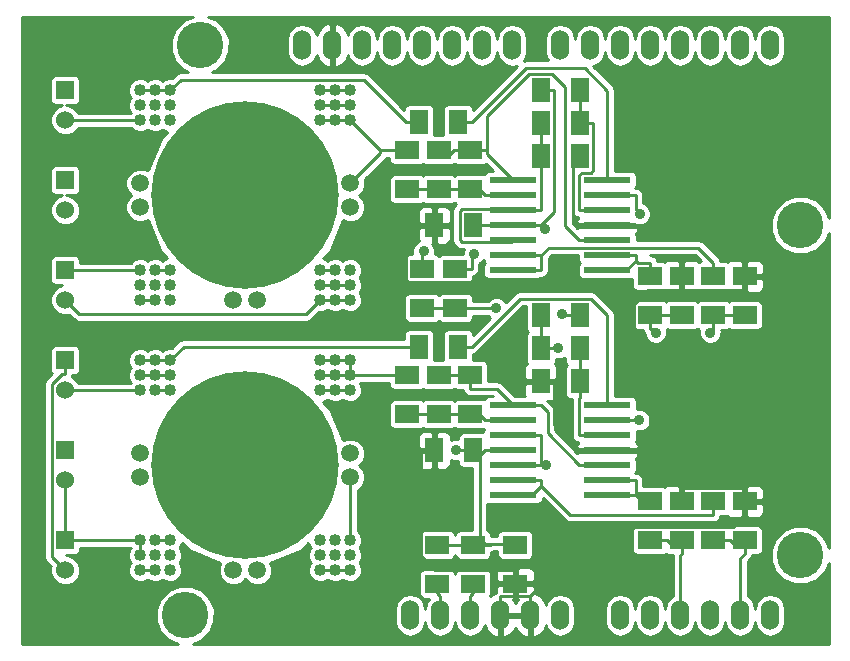
<source format=gtl>
G04 (created by PCBNEW (2013-07-07 BZR 4022)-stable) date 11/8/2017 12:14:33 PM*
%MOIN*%
G04 Gerber Fmt 3.4, Leading zero omitted, Abs format*
%FSLAX34Y34*%
G01*
G70*
G90*
G04 APERTURE LIST*
%ADD10C,0.00590551*%
%ADD11C,0.625*%
%ADD12C,0.04*%
%ADD13C,0.0590551*%
%ADD14R,0.15748X0.019685*%
%ADD15R,0.06X0.08*%
%ADD16R,0.08X0.06*%
%ADD17R,0.06X0.06*%
%ADD18C,0.06*%
%ADD19O,0.06X0.1*%
%ADD20C,0.155*%
%ADD21C,0.035*%
%ADD22C,0.01*%
G04 APERTURE END LIST*
G54D10*
G54D11*
X85000Y-60500D03*
G54D12*
X82000Y-57500D03*
X82000Y-63500D03*
X81500Y-58000D03*
X82500Y-58000D03*
X82500Y-57000D03*
X81500Y-57000D03*
X82000Y-58000D03*
X81500Y-57500D03*
X82000Y-57000D03*
X82500Y-57500D03*
X81500Y-63000D03*
X82000Y-63000D03*
X82500Y-63000D03*
X82500Y-63500D03*
X82500Y-64000D03*
X82000Y-64000D03*
X81500Y-64000D03*
X81500Y-63500D03*
X87500Y-63000D03*
X88000Y-63000D03*
X88500Y-63000D03*
X88500Y-63500D03*
X88000Y-63500D03*
X87500Y-63500D03*
X87500Y-64000D03*
X88000Y-64000D03*
X88500Y-64000D03*
X87500Y-58000D03*
X87500Y-57500D03*
X87500Y-57000D03*
X88000Y-57000D03*
X88000Y-57500D03*
X88000Y-58000D03*
X88500Y-58000D03*
X88500Y-57500D03*
X88500Y-57000D03*
G54D13*
X84605Y-64000D03*
X85395Y-64000D03*
X81500Y-60105D03*
X81500Y-60895D03*
X88500Y-60895D03*
X88500Y-60105D03*
G54D14*
X93925Y-67500D03*
X93925Y-68000D03*
X93925Y-68500D03*
X93925Y-69000D03*
X93925Y-69500D03*
X93925Y-70000D03*
X93925Y-70500D03*
X97074Y-70500D03*
X97074Y-70000D03*
X97074Y-69500D03*
X97074Y-69000D03*
X97074Y-68500D03*
X97074Y-68000D03*
X97074Y-67500D03*
G54D15*
X94850Y-58100D03*
X96150Y-58100D03*
X92600Y-61500D03*
X91300Y-61500D03*
G54D16*
X90400Y-59000D03*
X90400Y-60300D03*
X92500Y-60300D03*
X92500Y-59000D03*
X91450Y-60300D03*
X91450Y-59000D03*
G54D15*
X92100Y-58050D03*
X90800Y-58050D03*
X94850Y-59200D03*
X96150Y-59200D03*
G54D16*
X101650Y-70700D03*
X101650Y-72000D03*
G54D15*
X94850Y-57000D03*
X96150Y-57000D03*
G54D16*
X98500Y-64500D03*
X98500Y-63200D03*
X99550Y-63200D03*
X99550Y-64500D03*
X100600Y-64500D03*
X100600Y-63200D03*
X101650Y-63200D03*
X101650Y-64500D03*
G54D15*
X94850Y-64500D03*
X96150Y-64500D03*
X92600Y-69000D03*
X91300Y-69000D03*
G54D16*
X91400Y-72150D03*
X91400Y-73450D03*
X94000Y-72150D03*
X94000Y-73450D03*
X92600Y-73450D03*
X92600Y-72150D03*
X90400Y-66500D03*
X90400Y-67800D03*
X92500Y-67800D03*
X92500Y-66500D03*
X91450Y-67800D03*
X91450Y-66500D03*
G54D15*
X92100Y-65550D03*
X90800Y-65550D03*
X94850Y-65600D03*
X96150Y-65600D03*
X94850Y-66700D03*
X96150Y-66700D03*
G54D16*
X98500Y-72000D03*
X98500Y-70700D03*
X99550Y-70700D03*
X99550Y-72000D03*
X100600Y-72000D03*
X100600Y-70700D03*
G54D17*
X79000Y-66000D03*
G54D18*
X79000Y-67000D03*
G54D17*
X79000Y-57000D03*
G54D18*
X79000Y-58000D03*
G54D17*
X79000Y-60000D03*
G54D18*
X79000Y-61000D03*
G54D17*
X79000Y-63000D03*
G54D18*
X79000Y-64000D03*
G54D17*
X79000Y-69000D03*
G54D18*
X79000Y-70000D03*
G54D17*
X79000Y-72000D03*
G54D18*
X79000Y-73000D03*
G54D19*
X102500Y-74500D03*
X101500Y-74500D03*
X100500Y-74500D03*
X97500Y-74500D03*
X98500Y-74500D03*
X99500Y-74500D03*
X95500Y-74500D03*
X94500Y-74500D03*
X93500Y-74500D03*
X91500Y-74500D03*
X90500Y-74500D03*
X102500Y-55500D03*
X101500Y-55500D03*
X100500Y-55500D03*
X99500Y-55500D03*
X98500Y-55500D03*
X97500Y-55500D03*
X96500Y-55500D03*
X95500Y-55500D03*
X93900Y-55500D03*
X92900Y-55500D03*
X91900Y-55500D03*
X90900Y-55500D03*
X89900Y-55500D03*
X88900Y-55500D03*
X87900Y-55500D03*
X86900Y-55500D03*
X92500Y-74500D03*
G54D20*
X103500Y-72500D03*
X103500Y-61500D03*
X83500Y-55500D03*
X83000Y-74500D03*
G54D11*
X85000Y-69500D03*
G54D12*
X82000Y-66500D03*
X82000Y-72500D03*
X81500Y-67000D03*
X82500Y-67000D03*
X82500Y-66000D03*
X81500Y-66000D03*
X82000Y-67000D03*
X81500Y-66500D03*
X82000Y-66000D03*
X82500Y-66500D03*
X81500Y-72000D03*
X82000Y-72000D03*
X82500Y-72000D03*
X82500Y-72500D03*
X82500Y-73000D03*
X82000Y-73000D03*
X81500Y-73000D03*
X81500Y-72500D03*
X87500Y-72000D03*
X88000Y-72000D03*
X88500Y-72000D03*
X88500Y-72500D03*
X88000Y-72500D03*
X87500Y-72500D03*
X87500Y-73000D03*
X88000Y-73000D03*
X88500Y-73000D03*
X87500Y-67000D03*
X87500Y-66500D03*
X87500Y-66000D03*
X88000Y-66000D03*
X88000Y-66500D03*
X88000Y-67000D03*
X88500Y-67000D03*
X88500Y-66500D03*
X88500Y-66000D03*
G54D13*
X84605Y-73000D03*
X85395Y-73000D03*
X81500Y-69105D03*
X81500Y-69895D03*
X88500Y-69895D03*
X88500Y-69105D03*
G54D14*
X93925Y-60000D03*
X93925Y-60500D03*
X93925Y-61000D03*
X93925Y-61500D03*
X93925Y-62000D03*
X93925Y-62500D03*
X93925Y-63000D03*
X97074Y-63000D03*
X97074Y-62500D03*
X97074Y-62000D03*
X97074Y-61500D03*
X97074Y-61000D03*
X97074Y-60500D03*
X97074Y-60000D03*
G54D16*
X92000Y-64250D03*
X92000Y-62950D03*
X90900Y-64250D03*
X90900Y-62950D03*
G54D21*
X92019Y-69000D03*
X95552Y-64456D03*
X94992Y-61629D03*
X90394Y-61493D03*
X92627Y-62456D03*
X98686Y-65083D03*
X100500Y-65082D03*
X93368Y-64267D03*
X90942Y-62362D03*
X95430Y-65600D03*
X95037Y-69498D03*
X98137Y-68000D03*
X98145Y-61124D03*
G54D22*
X92600Y-61500D02*
X93925Y-61500D01*
X92600Y-69000D02*
X92149Y-69000D01*
X92149Y-69000D02*
X92019Y-69000D01*
X94000Y-72150D02*
X94000Y-72116D01*
X91400Y-72150D02*
X92600Y-72150D01*
X92600Y-72150D02*
X93150Y-72150D01*
X95656Y-64456D02*
X95699Y-64500D01*
X95552Y-64456D02*
X95656Y-64456D01*
X96150Y-64500D02*
X95699Y-64500D01*
X93184Y-72116D02*
X94000Y-72116D01*
X93150Y-72150D02*
X93184Y-72116D01*
X93925Y-69000D02*
X92987Y-69000D01*
X92811Y-71940D02*
X92811Y-69175D01*
X92987Y-72116D02*
X92811Y-71940D01*
X93116Y-72116D02*
X92987Y-72116D01*
X93150Y-72150D02*
X93116Y-72116D01*
X92775Y-69175D02*
X92811Y-69175D01*
X92600Y-69000D02*
X92775Y-69175D01*
X92811Y-69175D02*
X92987Y-69000D01*
X93925Y-61500D02*
X94862Y-61500D01*
X94992Y-61629D02*
X94862Y-61500D01*
X94850Y-57000D02*
X95300Y-57000D01*
X95300Y-61062D02*
X94862Y-61500D01*
X95300Y-57000D02*
X95300Y-61062D01*
X93500Y-74500D02*
X93500Y-73849D01*
X94500Y-74500D02*
X94500Y-73849D01*
X93500Y-73849D02*
X94000Y-73849D01*
X91300Y-61500D02*
X90849Y-61500D01*
X97074Y-69000D02*
X96137Y-69000D01*
X94850Y-66700D02*
X95300Y-66700D01*
X94000Y-73849D02*
X94500Y-73849D01*
X101250Y-71549D02*
X101650Y-71150D01*
X96800Y-71549D02*
X101250Y-71549D01*
X94500Y-73849D02*
X96800Y-71549D01*
X97074Y-69000D02*
X98012Y-69000D01*
X101650Y-70875D02*
X101650Y-71150D01*
X101650Y-70875D02*
X101650Y-70700D01*
X101650Y-70249D02*
X99550Y-70249D01*
X101650Y-70700D02*
X101650Y-70249D01*
X99550Y-70700D02*
X99550Y-70299D01*
X99550Y-70299D02*
X99550Y-70249D01*
X99550Y-63200D02*
X99550Y-63650D01*
X98475Y-69175D02*
X98475Y-69000D01*
X99550Y-70249D02*
X98475Y-69175D01*
X98475Y-69000D02*
X98012Y-69000D01*
X97949Y-65082D02*
X97949Y-64112D01*
X98475Y-65607D02*
X97949Y-65082D01*
X98475Y-69000D02*
X98475Y-65607D01*
X90843Y-61493D02*
X90849Y-61500D01*
X90394Y-61493D02*
X90843Y-61493D01*
X97237Y-63400D02*
X97949Y-64112D01*
X90425Y-63400D02*
X97237Y-63400D01*
X90343Y-63318D02*
X90425Y-63400D01*
X90343Y-61543D02*
X90343Y-63318D01*
X90394Y-61493D02*
X90343Y-61543D01*
X101650Y-63200D02*
X101650Y-62749D01*
X98412Y-63650D02*
X99550Y-63650D01*
X97949Y-64112D02*
X98412Y-63650D01*
X99550Y-63650D02*
X101650Y-63650D01*
X101650Y-63200D02*
X101650Y-63650D01*
X100400Y-61500D02*
X97074Y-61500D01*
X101650Y-62749D02*
X100400Y-61500D01*
X95936Y-59413D02*
X96150Y-59200D01*
X95936Y-61298D02*
X95936Y-59413D01*
X96137Y-61500D02*
X95936Y-61298D01*
X97074Y-61500D02*
X96137Y-61500D01*
X95300Y-68162D02*
X95300Y-66700D01*
X96137Y-69000D02*
X95300Y-68162D01*
X94000Y-73849D02*
X94000Y-73450D01*
X90849Y-72529D02*
X90849Y-69000D01*
X91320Y-72999D02*
X90849Y-72529D01*
X94000Y-72999D02*
X91320Y-72999D01*
X94000Y-73450D02*
X94000Y-72999D01*
X91300Y-69000D02*
X90849Y-69000D01*
X93925Y-61000D02*
X94862Y-61000D01*
X94850Y-59200D02*
X94850Y-58100D01*
X94862Y-59762D02*
X94862Y-61000D01*
X94850Y-59750D02*
X94862Y-59762D01*
X94850Y-59200D02*
X94850Y-59750D01*
X93875Y-60949D02*
X93925Y-61000D01*
X92230Y-60949D02*
X93875Y-60949D01*
X92149Y-61030D02*
X92230Y-60949D01*
X92149Y-61987D02*
X92149Y-61030D01*
X92212Y-62050D02*
X92149Y-61987D01*
X93875Y-62050D02*
X92212Y-62050D01*
X93925Y-62000D02*
X93875Y-62050D01*
X91450Y-60300D02*
X90400Y-60300D01*
X91450Y-60300D02*
X92500Y-60300D01*
X92787Y-60300D02*
X92987Y-60500D01*
X92500Y-60300D02*
X92787Y-60300D01*
X93925Y-60500D02*
X92987Y-60500D01*
X92000Y-62950D02*
X92550Y-62950D01*
X92550Y-62534D02*
X92550Y-62950D01*
X92627Y-62456D02*
X92550Y-62534D01*
X97074Y-63000D02*
X97543Y-63000D01*
X97074Y-62500D02*
X98012Y-62500D01*
X98500Y-63200D02*
X98500Y-62749D01*
X98075Y-62749D02*
X98012Y-62686D01*
X98500Y-62749D02*
X98075Y-62749D01*
X97698Y-63000D02*
X98012Y-62686D01*
X97543Y-63000D02*
X97698Y-63000D01*
X98012Y-62686D02*
X98012Y-62500D01*
X99550Y-64500D02*
X98999Y-64500D01*
X98500Y-64500D02*
X98999Y-64500D01*
X98552Y-64950D02*
X98686Y-65083D01*
X98500Y-64950D02*
X98552Y-64950D01*
X98500Y-64500D02*
X98500Y-64950D01*
X101650Y-64500D02*
X101099Y-64500D01*
X100600Y-64500D02*
X101099Y-64500D01*
X100600Y-64982D02*
X100500Y-65082D01*
X100600Y-64500D02*
X100600Y-64982D01*
X92275Y-64250D02*
X92550Y-64250D01*
X92275Y-64250D02*
X92000Y-64250D01*
X92000Y-64250D02*
X90900Y-64250D01*
X92567Y-64267D02*
X93368Y-64267D01*
X92550Y-64250D02*
X92567Y-64267D01*
X90900Y-62404D02*
X90900Y-62950D01*
X90942Y-62362D02*
X90900Y-62404D01*
X97074Y-61000D02*
X96137Y-61000D01*
X96150Y-57000D02*
X96150Y-58100D01*
X96137Y-59838D02*
X96137Y-61000D01*
X96225Y-59750D02*
X96137Y-59838D01*
X96515Y-59750D02*
X96225Y-59750D01*
X96600Y-59665D02*
X96515Y-59750D01*
X96600Y-58100D02*
X96600Y-59665D01*
X96150Y-58100D02*
X96600Y-58100D01*
X94862Y-63000D02*
X94862Y-62500D01*
X93925Y-62500D02*
X94862Y-62500D01*
X93925Y-63000D02*
X94862Y-63000D01*
X95111Y-62251D02*
X94862Y-62500D01*
X100101Y-62251D02*
X95111Y-62251D01*
X100600Y-62749D02*
X100101Y-62251D01*
X100600Y-63200D02*
X100600Y-62749D01*
X91400Y-73749D02*
X91400Y-73450D01*
X91500Y-73849D02*
X91400Y-73749D01*
X91500Y-74500D02*
X91500Y-73849D01*
X92100Y-65550D02*
X92550Y-65550D01*
X94157Y-63942D02*
X92550Y-65550D01*
X96526Y-63942D02*
X94157Y-63942D01*
X97074Y-64490D02*
X96526Y-63942D01*
X97074Y-67500D02*
X97074Y-64490D01*
X96150Y-65600D02*
X96150Y-66150D01*
X97074Y-68500D02*
X96137Y-68500D01*
X96150Y-66700D02*
X96150Y-66150D01*
X96137Y-67262D02*
X96137Y-68500D01*
X96150Y-67250D02*
X96137Y-67262D01*
X96150Y-66700D02*
X96150Y-67250D01*
X91450Y-66500D02*
X92500Y-66500D01*
X92500Y-66500D02*
X92500Y-66950D01*
X93375Y-66950D02*
X93925Y-67500D01*
X92500Y-66950D02*
X93375Y-66950D01*
X95076Y-67713D02*
X94862Y-67500D01*
X95076Y-68439D02*
X95076Y-67713D01*
X96137Y-69500D02*
X95076Y-68439D01*
X97074Y-69500D02*
X96137Y-69500D01*
X93925Y-67500D02*
X94862Y-67500D01*
X93925Y-68500D02*
X94862Y-68500D01*
X94862Y-69500D02*
X94862Y-68500D01*
X93925Y-69500D02*
X94862Y-69500D01*
X94850Y-64500D02*
X94850Y-65600D01*
X94850Y-65600D02*
X95300Y-65600D01*
X95300Y-65600D02*
X95430Y-65600D01*
X95036Y-69500D02*
X95037Y-69498D01*
X94862Y-69500D02*
X95036Y-69500D01*
X79000Y-67000D02*
X81500Y-67000D01*
X82950Y-65550D02*
X82500Y-66000D01*
X90800Y-65550D02*
X82950Y-65550D01*
X82500Y-66500D02*
X82000Y-66500D01*
X81500Y-66500D02*
X82000Y-66500D01*
X82000Y-67000D02*
X82500Y-67000D01*
X81500Y-66000D02*
X82000Y-66000D01*
X82000Y-66000D02*
X82500Y-66000D01*
X82500Y-72000D02*
X82000Y-72000D01*
X81500Y-73000D02*
X82000Y-73000D01*
X81500Y-72000D02*
X81500Y-72500D01*
X97074Y-68000D02*
X98012Y-68000D01*
X98012Y-68000D02*
X98137Y-68000D01*
X79000Y-72000D02*
X81500Y-72000D01*
X79000Y-72000D02*
X79000Y-70000D01*
X92600Y-73749D02*
X92600Y-73450D01*
X92500Y-73849D02*
X92600Y-73749D01*
X92500Y-74500D02*
X92500Y-73849D01*
X93925Y-70500D02*
X94393Y-70500D01*
X93925Y-70000D02*
X94862Y-70000D01*
X100600Y-70700D02*
X100600Y-71150D01*
X95826Y-71150D02*
X94862Y-70186D01*
X100600Y-71150D02*
X95826Y-71150D01*
X94549Y-70500D02*
X94862Y-70186D01*
X94393Y-70500D02*
X94549Y-70500D01*
X94862Y-70186D02*
X94862Y-70000D01*
X101500Y-72600D02*
X101650Y-72450D01*
X101500Y-74500D02*
X101500Y-72600D01*
X101650Y-72000D02*
X101650Y-72225D01*
X101650Y-72225D02*
X101650Y-72450D01*
X101375Y-72225D02*
X101150Y-72000D01*
X101650Y-72225D02*
X101375Y-72225D01*
X100600Y-72000D02*
X101150Y-72000D01*
X90400Y-66500D02*
X88500Y-66500D01*
X88500Y-66500D02*
X88500Y-66000D01*
X88500Y-66000D02*
X88000Y-66000D01*
X88000Y-66000D02*
X87500Y-66000D01*
X88500Y-66500D02*
X88000Y-66500D01*
X88000Y-66500D02*
X87500Y-66500D01*
X88500Y-67000D02*
X88000Y-67000D01*
X88000Y-67000D02*
X87500Y-67000D01*
X88500Y-73000D02*
X88000Y-73000D01*
X88000Y-73000D02*
X87500Y-73000D01*
X79000Y-66000D02*
X79000Y-66450D01*
X78887Y-66450D02*
X79000Y-66450D01*
X78549Y-66787D02*
X78887Y-66450D01*
X78549Y-72549D02*
X78549Y-66787D01*
X79000Y-73000D02*
X78549Y-72549D01*
X88500Y-69895D02*
X88500Y-72000D01*
X91450Y-67800D02*
X90400Y-67800D01*
X91450Y-67800D02*
X92500Y-67800D01*
X92787Y-67800D02*
X92987Y-68000D01*
X92500Y-67800D02*
X92787Y-67800D01*
X93925Y-68000D02*
X92987Y-68000D01*
X99500Y-72500D02*
X99550Y-72450D01*
X99500Y-74500D02*
X99500Y-72500D01*
X99550Y-72000D02*
X99550Y-72225D01*
X99550Y-72225D02*
X99550Y-72450D01*
X99275Y-72225D02*
X99050Y-72000D01*
X99550Y-72225D02*
X99275Y-72225D01*
X98500Y-72000D02*
X99050Y-72000D01*
X98212Y-70700D02*
X98012Y-70500D01*
X98500Y-70700D02*
X98212Y-70700D01*
X97074Y-70500D02*
X98012Y-70500D01*
X98012Y-70000D02*
X98012Y-70500D01*
X97074Y-70000D02*
X98012Y-70000D01*
X97074Y-70500D02*
X98012Y-70500D01*
X92500Y-59000D02*
X93050Y-59000D01*
X91450Y-59000D02*
X91450Y-59225D01*
X92500Y-59000D02*
X91949Y-59000D01*
X91724Y-59225D02*
X91949Y-59000D01*
X91450Y-59225D02*
X91724Y-59225D01*
X93050Y-59124D02*
X93050Y-59000D01*
X93925Y-60000D02*
X93050Y-59124D01*
X95670Y-61533D02*
X96137Y-62000D01*
X95670Y-56900D02*
X95670Y-61533D01*
X95219Y-56449D02*
X95670Y-56900D01*
X94466Y-56449D02*
X95219Y-56449D01*
X93050Y-57865D02*
X94466Y-56449D01*
X93050Y-59000D02*
X93050Y-57865D01*
X97074Y-62000D02*
X96137Y-62000D01*
X94350Y-56249D02*
X92550Y-58050D01*
X96312Y-56249D02*
X94350Y-56249D01*
X97074Y-57012D02*
X96312Y-56249D01*
X97074Y-60000D02*
X97074Y-57012D01*
X92100Y-58050D02*
X92550Y-58050D01*
X79000Y-63000D02*
X81500Y-63000D01*
X82500Y-63000D02*
X82000Y-63000D01*
X81500Y-64000D02*
X82000Y-64000D01*
X98012Y-60991D02*
X98145Y-61124D01*
X98012Y-60500D02*
X98012Y-60991D01*
X97074Y-60500D02*
X98012Y-60500D01*
X79000Y-58000D02*
X81500Y-58000D01*
X81500Y-57000D02*
X82000Y-57000D01*
X82000Y-57000D02*
X82500Y-57000D01*
X88943Y-56643D02*
X90349Y-58050D01*
X82856Y-56643D02*
X88943Y-56643D01*
X82500Y-57000D02*
X82856Y-56643D01*
X90800Y-58050D02*
X90349Y-58050D01*
X88500Y-57000D02*
X88000Y-57000D01*
X88000Y-57000D02*
X87500Y-57000D01*
X88500Y-57500D02*
X88000Y-57500D01*
X88000Y-57500D02*
X87500Y-57500D01*
X88500Y-58000D02*
X88000Y-58000D01*
X88000Y-58000D02*
X87500Y-58000D01*
X88500Y-64000D02*
X88000Y-64000D01*
X88000Y-64000D02*
X87500Y-64000D01*
X87500Y-63500D02*
X88000Y-63500D01*
X88000Y-63500D02*
X88500Y-63500D01*
X88000Y-63000D02*
X87500Y-63000D01*
X89500Y-59105D02*
X88500Y-60105D01*
X89500Y-59000D02*
X89500Y-59105D01*
X90400Y-59000D02*
X89500Y-59000D01*
X89500Y-59000D02*
X88500Y-58000D01*
X87036Y-64463D02*
X87500Y-64000D01*
X79463Y-64463D02*
X87036Y-64463D01*
X79000Y-64000D02*
X79463Y-64463D01*
G54D10*
G36*
X96207Y-59250D02*
X96200Y-59250D01*
X96200Y-59257D01*
X96100Y-59257D01*
X96100Y-59250D01*
X96092Y-59250D01*
X96092Y-59150D01*
X96100Y-59150D01*
X96100Y-59142D01*
X96200Y-59142D01*
X96200Y-59150D01*
X96207Y-59150D01*
X96207Y-59250D01*
X96207Y-59250D01*
G37*
G54D22*
X96207Y-59250D02*
X96200Y-59250D01*
X96200Y-59257D01*
X96100Y-59257D01*
X96100Y-59250D01*
X96092Y-59250D01*
X96092Y-59150D01*
X96100Y-59150D01*
X96100Y-59142D01*
X96200Y-59142D01*
X96200Y-59150D01*
X96207Y-59150D01*
X96207Y-59250D01*
G54D10*
G36*
X104450Y-75450D02*
X103000Y-75450D01*
X103000Y-74713D01*
X103000Y-74286D01*
X102961Y-74094D01*
X102853Y-73932D01*
X102691Y-73824D01*
X102500Y-73786D01*
X102308Y-73824D01*
X102300Y-73830D01*
X102300Y-71049D01*
X102300Y-70350D01*
X102300Y-63549D01*
X102300Y-62850D01*
X102262Y-62758D01*
X102191Y-62688D01*
X102099Y-62650D01*
X102000Y-62649D01*
X101762Y-62650D01*
X101700Y-62712D01*
X101700Y-63150D01*
X102237Y-63150D01*
X102300Y-63087D01*
X102300Y-62850D01*
X102300Y-63549D01*
X102300Y-63312D01*
X102237Y-63250D01*
X101700Y-63250D01*
X101700Y-63687D01*
X101762Y-63750D01*
X102000Y-63750D01*
X102099Y-63749D01*
X102191Y-63711D01*
X102262Y-63641D01*
X102300Y-63549D01*
X102300Y-70350D01*
X102262Y-70258D01*
X102250Y-70246D01*
X102250Y-64760D01*
X102250Y-64160D01*
X102219Y-64086D01*
X102163Y-64030D01*
X102089Y-64000D01*
X102010Y-63999D01*
X101210Y-63999D01*
X101136Y-64030D01*
X101125Y-64042D01*
X101113Y-64030D01*
X101039Y-64000D01*
X100960Y-63999D01*
X100160Y-63999D01*
X100086Y-64030D01*
X100075Y-64042D01*
X100063Y-64030D01*
X99989Y-64000D01*
X99910Y-63999D01*
X99110Y-63999D01*
X99036Y-64030D01*
X99025Y-64042D01*
X99013Y-64030D01*
X98939Y-64000D01*
X98860Y-63999D01*
X98060Y-63999D01*
X97986Y-64030D01*
X97930Y-64086D01*
X97900Y-64160D01*
X97899Y-64239D01*
X97899Y-64839D01*
X97930Y-64913D01*
X97986Y-64969D01*
X98060Y-64999D01*
X98139Y-65000D01*
X98259Y-65000D01*
X98269Y-65045D01*
X98311Y-65109D01*
X98311Y-65157D01*
X98368Y-65295D01*
X98473Y-65401D01*
X98611Y-65458D01*
X98760Y-65458D01*
X98898Y-65401D01*
X99004Y-65296D01*
X99061Y-65158D01*
X99061Y-65009D01*
X99046Y-64973D01*
X99110Y-64999D01*
X99189Y-65000D01*
X99989Y-65000D01*
X100063Y-64969D01*
X100074Y-64957D01*
X100086Y-64969D01*
X100132Y-64988D01*
X100125Y-65007D01*
X100124Y-65156D01*
X100181Y-65294D01*
X100287Y-65399D01*
X100425Y-65457D01*
X100574Y-65457D01*
X100712Y-65400D01*
X100817Y-65294D01*
X100874Y-65157D01*
X100875Y-65007D01*
X100871Y-65000D01*
X101039Y-65000D01*
X101113Y-64969D01*
X101124Y-64957D01*
X101136Y-64969D01*
X101210Y-64999D01*
X101289Y-65000D01*
X102089Y-65000D01*
X102163Y-64969D01*
X102219Y-64913D01*
X102249Y-64839D01*
X102250Y-64760D01*
X102250Y-70246D01*
X102191Y-70188D01*
X102099Y-70150D01*
X102000Y-70149D01*
X101762Y-70150D01*
X101700Y-70212D01*
X101700Y-70650D01*
X102237Y-70650D01*
X102300Y-70587D01*
X102300Y-70350D01*
X102300Y-71049D01*
X102300Y-70812D01*
X102237Y-70750D01*
X101700Y-70750D01*
X101700Y-71187D01*
X101762Y-71250D01*
X102000Y-71250D01*
X102099Y-71249D01*
X102191Y-71211D01*
X102262Y-71141D01*
X102300Y-71049D01*
X102300Y-73830D01*
X102146Y-73932D01*
X102038Y-74094D01*
X102000Y-74286D01*
X101961Y-74094D01*
X101853Y-73932D01*
X101750Y-73863D01*
X101750Y-72703D01*
X101826Y-72626D01*
X101880Y-72545D01*
X101880Y-72545D01*
X101890Y-72500D01*
X102089Y-72500D01*
X102163Y-72469D01*
X102219Y-72413D01*
X102249Y-72339D01*
X102250Y-72260D01*
X102250Y-71660D01*
X102219Y-71586D01*
X102163Y-71530D01*
X102089Y-71500D01*
X102010Y-71499D01*
X101600Y-71499D01*
X101600Y-71187D01*
X101600Y-70750D01*
X101592Y-70750D01*
X101592Y-70650D01*
X101600Y-70650D01*
X101600Y-70212D01*
X101537Y-70150D01*
X101299Y-70149D01*
X101200Y-70150D01*
X101108Y-70188D01*
X101079Y-70216D01*
X101039Y-70200D01*
X100960Y-70199D01*
X100160Y-70199D01*
X100120Y-70216D01*
X100091Y-70188D01*
X99999Y-70150D01*
X99900Y-70149D01*
X99662Y-70150D01*
X99600Y-70212D01*
X99600Y-70650D01*
X99607Y-70650D01*
X99607Y-70750D01*
X99600Y-70750D01*
X99600Y-70757D01*
X99500Y-70757D01*
X99500Y-70750D01*
X99492Y-70750D01*
X99492Y-70650D01*
X99500Y-70650D01*
X99500Y-70212D01*
X99437Y-70150D01*
X99199Y-70149D01*
X99100Y-70150D01*
X99008Y-70188D01*
X98979Y-70216D01*
X98939Y-70200D01*
X98860Y-70199D01*
X98262Y-70199D01*
X98262Y-70000D01*
X98243Y-69904D01*
X98189Y-69823D01*
X98107Y-69769D01*
X98012Y-69750D01*
X97993Y-69750D01*
X97993Y-69749D01*
X98031Y-69711D01*
X98062Y-69638D01*
X98062Y-69558D01*
X98062Y-69361D01*
X98031Y-69288D01*
X98028Y-69285D01*
X98074Y-69240D01*
X98112Y-69148D01*
X98112Y-69111D01*
X98049Y-69049D01*
X97124Y-69049D01*
X97124Y-69057D01*
X97024Y-69057D01*
X97024Y-69049D01*
X96099Y-69049D01*
X96069Y-69079D01*
X95326Y-68335D01*
X95326Y-67713D01*
X95307Y-67618D01*
X95253Y-67537D01*
X95066Y-67350D01*
X95199Y-67350D01*
X95291Y-67312D01*
X95361Y-67241D01*
X95399Y-67149D01*
X95400Y-67050D01*
X95400Y-66812D01*
X95337Y-66750D01*
X94900Y-66750D01*
X94900Y-66757D01*
X94800Y-66757D01*
X94800Y-66750D01*
X94362Y-66750D01*
X94300Y-66812D01*
X94299Y-67050D01*
X94300Y-67149D01*
X94321Y-67201D01*
X93980Y-67201D01*
X93552Y-66773D01*
X93470Y-66719D01*
X93375Y-66700D01*
X93100Y-66700D01*
X93100Y-66160D01*
X93069Y-66086D01*
X93013Y-66030D01*
X92939Y-66000D01*
X92860Y-65999D01*
X92595Y-65999D01*
X92599Y-65989D01*
X92600Y-65910D01*
X92600Y-65790D01*
X92645Y-65780D01*
X92726Y-65726D01*
X94261Y-64192D01*
X94349Y-64192D01*
X94349Y-64939D01*
X94380Y-65013D01*
X94417Y-65050D01*
X94380Y-65086D01*
X94350Y-65160D01*
X94349Y-65239D01*
X94349Y-66039D01*
X94380Y-66113D01*
X94381Y-66114D01*
X94338Y-66158D01*
X94300Y-66250D01*
X94299Y-66349D01*
X94300Y-66587D01*
X94362Y-66650D01*
X94800Y-66650D01*
X94800Y-66642D01*
X94900Y-66642D01*
X94900Y-66650D01*
X95337Y-66650D01*
X95400Y-66587D01*
X95400Y-66349D01*
X95399Y-66250D01*
X95361Y-66158D01*
X95318Y-66114D01*
X95319Y-66113D01*
X95349Y-66039D01*
X95350Y-65972D01*
X95355Y-65974D01*
X95504Y-65975D01*
X95642Y-65918D01*
X95649Y-65910D01*
X95649Y-66039D01*
X95680Y-66113D01*
X95717Y-66150D01*
X95680Y-66186D01*
X95650Y-66260D01*
X95649Y-66339D01*
X95649Y-67139D01*
X95680Y-67213D01*
X95736Y-67269D01*
X95810Y-67299D01*
X95887Y-67300D01*
X95887Y-68500D01*
X95906Y-68595D01*
X95960Y-68676D01*
X96041Y-68730D01*
X96094Y-68741D01*
X96075Y-68759D01*
X96037Y-68851D01*
X96037Y-68888D01*
X96099Y-68950D01*
X97024Y-68950D01*
X97024Y-68942D01*
X97124Y-68942D01*
X97124Y-68950D01*
X98049Y-68950D01*
X98112Y-68888D01*
X98112Y-68851D01*
X98074Y-68759D01*
X98028Y-68714D01*
X98031Y-68711D01*
X98062Y-68638D01*
X98062Y-68558D01*
X98062Y-68374D01*
X98062Y-68374D01*
X98211Y-68375D01*
X98349Y-68318D01*
X98455Y-68212D01*
X98512Y-68074D01*
X98512Y-67925D01*
X98455Y-67787D01*
X98350Y-67682D01*
X98212Y-67625D01*
X98063Y-67624D01*
X98062Y-67625D01*
X98062Y-67558D01*
X98062Y-67361D01*
X98031Y-67288D01*
X97975Y-67232D01*
X97902Y-67201D01*
X97822Y-67201D01*
X97324Y-67201D01*
X97324Y-64490D01*
X97305Y-64394D01*
X97251Y-64313D01*
X96703Y-63765D01*
X96622Y-63711D01*
X96526Y-63692D01*
X94157Y-63692D01*
X94062Y-63711D01*
X93980Y-63765D01*
X93687Y-64058D01*
X93686Y-64055D01*
X93581Y-63950D01*
X93443Y-63892D01*
X93294Y-63892D01*
X93156Y-63949D01*
X93088Y-64017D01*
X92639Y-64017D01*
X92600Y-64009D01*
X92600Y-63910D01*
X92569Y-63836D01*
X92513Y-63780D01*
X92439Y-63750D01*
X92360Y-63749D01*
X91560Y-63749D01*
X91486Y-63780D01*
X91449Y-63817D01*
X91413Y-63780D01*
X91339Y-63750D01*
X91260Y-63749D01*
X90460Y-63749D01*
X90386Y-63780D01*
X90330Y-63836D01*
X90300Y-63910D01*
X90299Y-63989D01*
X90299Y-64589D01*
X90330Y-64663D01*
X90386Y-64719D01*
X90460Y-64749D01*
X90539Y-64750D01*
X91339Y-64750D01*
X91413Y-64719D01*
X91450Y-64682D01*
X91486Y-64719D01*
X91560Y-64749D01*
X91639Y-64750D01*
X92439Y-64750D01*
X92513Y-64719D01*
X92569Y-64663D01*
X92599Y-64589D01*
X92600Y-64517D01*
X93088Y-64517D01*
X93155Y-64585D01*
X93159Y-64587D01*
X92600Y-65146D01*
X92600Y-65110D01*
X92569Y-65036D01*
X92513Y-64980D01*
X92439Y-64950D01*
X92360Y-64949D01*
X91760Y-64949D01*
X91686Y-64980D01*
X91630Y-65036D01*
X91600Y-65110D01*
X91599Y-65189D01*
X91599Y-65989D01*
X91604Y-65999D01*
X91295Y-65999D01*
X91299Y-65989D01*
X91300Y-65910D01*
X91300Y-65110D01*
X91269Y-65036D01*
X91213Y-64980D01*
X91139Y-64950D01*
X91060Y-64949D01*
X90460Y-64949D01*
X90386Y-64980D01*
X90330Y-65036D01*
X90300Y-65110D01*
X90299Y-65189D01*
X90299Y-65300D01*
X82950Y-65300D01*
X82854Y-65319D01*
X82773Y-65373D01*
X82546Y-65600D01*
X82420Y-65599D01*
X82273Y-65660D01*
X82250Y-65684D01*
X82226Y-65661D01*
X82079Y-65600D01*
X81920Y-65599D01*
X81773Y-65660D01*
X81750Y-65684D01*
X81726Y-65661D01*
X81579Y-65600D01*
X81420Y-65599D01*
X81273Y-65660D01*
X81161Y-65773D01*
X81100Y-65920D01*
X81099Y-66079D01*
X81160Y-66226D01*
X81184Y-66249D01*
X81161Y-66273D01*
X81100Y-66420D01*
X81099Y-66579D01*
X81160Y-66726D01*
X81184Y-66749D01*
X81184Y-66750D01*
X79437Y-66750D01*
X79424Y-66717D01*
X79283Y-66576D01*
X79226Y-66552D01*
X79230Y-66545D01*
X79240Y-66500D01*
X79339Y-66500D01*
X79413Y-66469D01*
X79469Y-66413D01*
X79499Y-66339D01*
X79500Y-66260D01*
X79500Y-65660D01*
X79469Y-65586D01*
X79413Y-65530D01*
X79339Y-65500D01*
X79260Y-65499D01*
X78660Y-65499D01*
X78586Y-65530D01*
X78530Y-65586D01*
X78500Y-65660D01*
X78499Y-65739D01*
X78499Y-66339D01*
X78530Y-66413D01*
X78550Y-66433D01*
X78373Y-66610D01*
X78318Y-66692D01*
X78299Y-66787D01*
X78299Y-72549D01*
X78318Y-72645D01*
X78373Y-72726D01*
X78513Y-72867D01*
X78500Y-72900D01*
X78499Y-73099D01*
X78575Y-73282D01*
X78716Y-73423D01*
X78900Y-73499D01*
X79099Y-73500D01*
X79282Y-73424D01*
X79423Y-73283D01*
X79499Y-73099D01*
X79500Y-72900D01*
X79424Y-72717D01*
X79283Y-72576D01*
X79099Y-72500D01*
X79039Y-72500D01*
X79339Y-72500D01*
X79413Y-72469D01*
X79469Y-72413D01*
X79499Y-72339D01*
X79500Y-72260D01*
X79500Y-72250D01*
X81184Y-72250D01*
X81161Y-72273D01*
X81100Y-72420D01*
X81099Y-72579D01*
X81160Y-72726D01*
X81184Y-72749D01*
X81161Y-72773D01*
X81100Y-72920D01*
X81099Y-73079D01*
X81160Y-73226D01*
X81273Y-73338D01*
X81420Y-73399D01*
X81579Y-73400D01*
X81726Y-73339D01*
X81749Y-73315D01*
X81773Y-73338D01*
X81920Y-73399D01*
X82079Y-73400D01*
X82226Y-73339D01*
X82249Y-73315D01*
X82273Y-73338D01*
X82420Y-73399D01*
X82579Y-73400D01*
X82726Y-73339D01*
X82838Y-73226D01*
X82899Y-73079D01*
X82900Y-72920D01*
X82839Y-72773D01*
X82815Y-72750D01*
X82838Y-72726D01*
X82899Y-72579D01*
X82900Y-72420D01*
X82839Y-72273D01*
X82815Y-72250D01*
X82838Y-72226D01*
X82893Y-72095D01*
X83114Y-72317D01*
X84170Y-72755D01*
X84109Y-72901D01*
X84109Y-73098D01*
X84184Y-73280D01*
X84324Y-73419D01*
X84506Y-73495D01*
X84703Y-73495D01*
X84885Y-73420D01*
X85000Y-73305D01*
X85114Y-73419D01*
X85296Y-73495D01*
X85493Y-73495D01*
X85675Y-73420D01*
X85814Y-73280D01*
X85890Y-73098D01*
X85890Y-72901D01*
X85829Y-72754D01*
X86881Y-72320D01*
X87106Y-72095D01*
X87160Y-72226D01*
X87184Y-72249D01*
X87161Y-72273D01*
X87100Y-72420D01*
X87099Y-72579D01*
X87160Y-72726D01*
X87184Y-72749D01*
X87161Y-72773D01*
X87100Y-72920D01*
X87099Y-73079D01*
X87160Y-73226D01*
X87273Y-73338D01*
X87420Y-73399D01*
X87579Y-73400D01*
X87726Y-73339D01*
X87749Y-73315D01*
X87773Y-73338D01*
X87920Y-73399D01*
X88079Y-73400D01*
X88226Y-73339D01*
X88249Y-73315D01*
X88273Y-73338D01*
X88420Y-73399D01*
X88579Y-73400D01*
X88726Y-73339D01*
X88838Y-73226D01*
X88899Y-73079D01*
X88900Y-72920D01*
X88839Y-72773D01*
X88815Y-72750D01*
X88838Y-72726D01*
X88899Y-72579D01*
X88900Y-72420D01*
X88839Y-72273D01*
X88815Y-72250D01*
X88838Y-72226D01*
X88899Y-72079D01*
X88900Y-71920D01*
X88839Y-71773D01*
X88750Y-71684D01*
X88750Y-70327D01*
X88780Y-70315D01*
X88919Y-70175D01*
X88995Y-69993D01*
X88995Y-69796D01*
X88920Y-69614D01*
X88805Y-69499D01*
X88919Y-69385D01*
X88995Y-69203D01*
X88995Y-69006D01*
X88920Y-68824D01*
X88780Y-68685D01*
X88598Y-68609D01*
X88401Y-68609D01*
X88254Y-68670D01*
X87820Y-67618D01*
X87595Y-67393D01*
X87726Y-67339D01*
X87749Y-67315D01*
X87773Y-67338D01*
X87920Y-67399D01*
X88079Y-67400D01*
X88226Y-67339D01*
X88249Y-67315D01*
X88273Y-67338D01*
X88420Y-67399D01*
X88579Y-67400D01*
X88726Y-67339D01*
X88838Y-67226D01*
X88899Y-67079D01*
X88900Y-66920D01*
X88839Y-66773D01*
X88815Y-66750D01*
X88815Y-66750D01*
X89799Y-66750D01*
X89799Y-66839D01*
X89830Y-66913D01*
X89886Y-66969D01*
X89960Y-66999D01*
X90039Y-67000D01*
X90839Y-67000D01*
X90913Y-66969D01*
X90924Y-66957D01*
X90936Y-66969D01*
X91010Y-66999D01*
X91089Y-67000D01*
X91889Y-67000D01*
X91963Y-66969D01*
X91974Y-66957D01*
X91986Y-66969D01*
X92060Y-66999D01*
X92139Y-67000D01*
X92259Y-67000D01*
X92269Y-67045D01*
X92323Y-67126D01*
X92404Y-67181D01*
X92500Y-67200D01*
X93271Y-67200D01*
X93273Y-67201D01*
X93098Y-67201D01*
X93024Y-67231D01*
X92968Y-67288D01*
X92959Y-67308D01*
X92939Y-67300D01*
X92860Y-67299D01*
X92060Y-67299D01*
X91986Y-67330D01*
X91975Y-67342D01*
X91963Y-67330D01*
X91889Y-67300D01*
X91810Y-67299D01*
X91010Y-67299D01*
X90936Y-67330D01*
X90925Y-67342D01*
X90913Y-67330D01*
X90839Y-67300D01*
X90760Y-67299D01*
X89960Y-67299D01*
X89886Y-67330D01*
X89830Y-67386D01*
X89800Y-67460D01*
X89799Y-67539D01*
X89799Y-68139D01*
X89830Y-68213D01*
X89886Y-68269D01*
X89960Y-68299D01*
X90039Y-68300D01*
X90839Y-68300D01*
X90913Y-68269D01*
X90924Y-68257D01*
X90936Y-68269D01*
X91010Y-68299D01*
X91089Y-68300D01*
X91889Y-68300D01*
X91963Y-68269D01*
X91974Y-68257D01*
X91986Y-68269D01*
X92060Y-68299D01*
X92139Y-68300D01*
X92939Y-68300D01*
X92968Y-68288D01*
X92937Y-68361D01*
X92937Y-68400D01*
X92860Y-68399D01*
X92260Y-68399D01*
X92186Y-68430D01*
X92130Y-68486D01*
X92100Y-68560D01*
X92099Y-68627D01*
X92094Y-68625D01*
X91945Y-68624D01*
X91850Y-68664D01*
X91850Y-68649D01*
X91849Y-68550D01*
X91811Y-68458D01*
X91741Y-68387D01*
X91649Y-68349D01*
X91412Y-68350D01*
X91350Y-68412D01*
X91350Y-68950D01*
X91357Y-68950D01*
X91357Y-69050D01*
X91350Y-69050D01*
X91350Y-69587D01*
X91412Y-69650D01*
X91649Y-69650D01*
X91741Y-69612D01*
X91811Y-69541D01*
X91849Y-69449D01*
X91850Y-69350D01*
X91850Y-69335D01*
X91944Y-69374D01*
X92093Y-69375D01*
X92099Y-69372D01*
X92099Y-69439D01*
X92130Y-69513D01*
X92186Y-69569D01*
X92260Y-69599D01*
X92339Y-69600D01*
X92561Y-69600D01*
X92561Y-71649D01*
X92160Y-71649D01*
X92086Y-71680D01*
X92030Y-71736D01*
X92000Y-71810D01*
X92000Y-71810D01*
X91969Y-71736D01*
X91913Y-71680D01*
X91839Y-71650D01*
X91760Y-71649D01*
X91250Y-71649D01*
X91250Y-69587D01*
X91250Y-69050D01*
X91250Y-68950D01*
X91250Y-68412D01*
X91187Y-68350D01*
X90950Y-68349D01*
X90858Y-68387D01*
X90788Y-68458D01*
X90750Y-68550D01*
X90749Y-68649D01*
X90750Y-68887D01*
X90812Y-68950D01*
X91250Y-68950D01*
X91250Y-69050D01*
X90812Y-69050D01*
X90750Y-69112D01*
X90749Y-69350D01*
X90750Y-69449D01*
X90788Y-69541D01*
X90858Y-69612D01*
X90950Y-69650D01*
X91187Y-69650D01*
X91250Y-69587D01*
X91250Y-71649D01*
X90960Y-71649D01*
X90886Y-71680D01*
X90830Y-71736D01*
X90800Y-71810D01*
X90799Y-71889D01*
X90799Y-72489D01*
X90830Y-72563D01*
X90886Y-72619D01*
X90960Y-72649D01*
X91039Y-72650D01*
X91839Y-72650D01*
X91913Y-72619D01*
X91969Y-72563D01*
X91999Y-72489D01*
X91999Y-72489D01*
X92030Y-72563D01*
X92086Y-72619D01*
X92160Y-72649D01*
X92239Y-72650D01*
X93039Y-72650D01*
X93113Y-72619D01*
X93169Y-72563D01*
X93199Y-72489D01*
X93200Y-72410D01*
X93200Y-72390D01*
X93245Y-72380D01*
X93245Y-72380D01*
X93268Y-72366D01*
X93268Y-72366D01*
X93399Y-72366D01*
X93399Y-72489D01*
X93430Y-72563D01*
X93486Y-72619D01*
X93560Y-72649D01*
X93639Y-72650D01*
X94439Y-72650D01*
X94513Y-72619D01*
X94569Y-72563D01*
X94599Y-72489D01*
X94600Y-72410D01*
X94600Y-71810D01*
X94569Y-71736D01*
X94513Y-71680D01*
X94439Y-71650D01*
X94360Y-71649D01*
X93560Y-71649D01*
X93486Y-71680D01*
X93430Y-71736D01*
X93400Y-71810D01*
X93399Y-71866D01*
X93200Y-71866D01*
X93200Y-71810D01*
X93169Y-71736D01*
X93113Y-71680D01*
X93061Y-71659D01*
X93061Y-70783D01*
X93097Y-70798D01*
X93177Y-70798D01*
X94752Y-70798D01*
X94825Y-70768D01*
X94882Y-70711D01*
X94912Y-70638D01*
X94912Y-70589D01*
X95649Y-71326D01*
X95649Y-71326D01*
X95730Y-71381D01*
X95730Y-71381D01*
X95807Y-71396D01*
X95826Y-71400D01*
X95826Y-71400D01*
X95826Y-71400D01*
X100600Y-71400D01*
X100695Y-71381D01*
X100776Y-71326D01*
X100830Y-71245D01*
X100840Y-71200D01*
X101039Y-71200D01*
X101079Y-71183D01*
X101108Y-71211D01*
X101200Y-71249D01*
X101299Y-71250D01*
X101537Y-71250D01*
X101600Y-71187D01*
X101600Y-71499D01*
X101210Y-71499D01*
X101136Y-71530D01*
X101125Y-71542D01*
X101113Y-71530D01*
X101039Y-71500D01*
X100960Y-71499D01*
X100160Y-71499D01*
X100086Y-71530D01*
X100075Y-71542D01*
X100063Y-71530D01*
X99989Y-71500D01*
X99910Y-71499D01*
X99110Y-71499D01*
X99036Y-71530D01*
X99025Y-71542D01*
X99013Y-71530D01*
X98939Y-71500D01*
X98860Y-71499D01*
X98060Y-71499D01*
X97986Y-71530D01*
X97930Y-71586D01*
X97900Y-71660D01*
X97899Y-71739D01*
X97899Y-72339D01*
X97930Y-72413D01*
X97986Y-72469D01*
X98060Y-72499D01*
X98139Y-72500D01*
X98939Y-72500D01*
X99013Y-72469D01*
X99024Y-72457D01*
X99036Y-72469D01*
X99110Y-72499D01*
X99189Y-72500D01*
X99250Y-72500D01*
X99250Y-72500D01*
X99250Y-73863D01*
X99146Y-73932D01*
X99038Y-74094D01*
X99000Y-74286D01*
X98961Y-74094D01*
X98853Y-73932D01*
X98691Y-73824D01*
X98500Y-73786D01*
X98308Y-73824D01*
X98146Y-73932D01*
X98038Y-74094D01*
X98000Y-74286D01*
X97961Y-74094D01*
X97853Y-73932D01*
X97691Y-73824D01*
X97500Y-73786D01*
X97308Y-73824D01*
X97146Y-73932D01*
X97038Y-74094D01*
X97000Y-74286D01*
X97000Y-74713D01*
X97038Y-74905D01*
X97146Y-75067D01*
X97308Y-75175D01*
X97500Y-75213D01*
X97691Y-75175D01*
X97853Y-75067D01*
X97961Y-74905D01*
X98000Y-74713D01*
X98038Y-74905D01*
X98146Y-75067D01*
X98308Y-75175D01*
X98500Y-75213D01*
X98691Y-75175D01*
X98853Y-75067D01*
X98961Y-74905D01*
X99000Y-74713D01*
X99038Y-74905D01*
X99146Y-75067D01*
X99308Y-75175D01*
X99500Y-75213D01*
X99691Y-75175D01*
X99853Y-75067D01*
X99961Y-74905D01*
X100000Y-74713D01*
X100038Y-74905D01*
X100146Y-75067D01*
X100308Y-75175D01*
X100500Y-75213D01*
X100691Y-75175D01*
X100853Y-75067D01*
X100961Y-74905D01*
X101000Y-74713D01*
X101038Y-74905D01*
X101146Y-75067D01*
X101308Y-75175D01*
X101500Y-75213D01*
X101691Y-75175D01*
X101853Y-75067D01*
X101961Y-74905D01*
X102000Y-74713D01*
X102038Y-74905D01*
X102146Y-75067D01*
X102308Y-75175D01*
X102500Y-75213D01*
X102691Y-75175D01*
X102853Y-75067D01*
X102961Y-74905D01*
X103000Y-74713D01*
X103000Y-75450D01*
X96000Y-75450D01*
X96000Y-74713D01*
X96000Y-74286D01*
X95961Y-74094D01*
X95853Y-73932D01*
X95691Y-73824D01*
X95500Y-73786D01*
X95308Y-73824D01*
X95146Y-73932D01*
X95038Y-74094D01*
X95024Y-74163D01*
X94988Y-74043D01*
X94853Y-73875D01*
X94664Y-73772D01*
X94650Y-73769D01*
X94650Y-73100D01*
X94612Y-73008D01*
X94541Y-72938D01*
X94449Y-72900D01*
X94350Y-72899D01*
X94112Y-72900D01*
X94050Y-72962D01*
X94050Y-73400D01*
X94587Y-73400D01*
X94650Y-73337D01*
X94650Y-73100D01*
X94650Y-73769D01*
X94650Y-73769D01*
X94650Y-73562D01*
X94587Y-73500D01*
X94050Y-73500D01*
X94050Y-73937D01*
X94075Y-73963D01*
X94011Y-74043D01*
X94000Y-74080D01*
X93988Y-74043D01*
X93924Y-73963D01*
X93950Y-73937D01*
X93950Y-73500D01*
X93950Y-73400D01*
X93950Y-72962D01*
X93887Y-72900D01*
X93649Y-72899D01*
X93550Y-72900D01*
X93458Y-72938D01*
X93387Y-73008D01*
X93349Y-73100D01*
X93350Y-73337D01*
X93412Y-73400D01*
X93950Y-73400D01*
X93950Y-73500D01*
X93412Y-73500D01*
X93350Y-73562D01*
X93349Y-73769D01*
X93335Y-73772D01*
X93169Y-73863D01*
X93199Y-73789D01*
X93200Y-73710D01*
X93200Y-73110D01*
X93169Y-73036D01*
X93113Y-72980D01*
X93039Y-72950D01*
X92960Y-72949D01*
X92160Y-72949D01*
X92086Y-72980D01*
X92030Y-73036D01*
X92000Y-73110D01*
X92000Y-73110D01*
X91969Y-73036D01*
X91913Y-72980D01*
X91839Y-72950D01*
X91760Y-72949D01*
X90960Y-72949D01*
X90886Y-72980D01*
X90830Y-73036D01*
X90800Y-73110D01*
X90799Y-73189D01*
X90799Y-73789D01*
X90830Y-73863D01*
X90886Y-73919D01*
X90960Y-73949D01*
X91039Y-73950D01*
X91134Y-73950D01*
X91038Y-74094D01*
X91000Y-74286D01*
X90961Y-74094D01*
X90853Y-73932D01*
X90691Y-73824D01*
X90500Y-73786D01*
X90308Y-73824D01*
X90146Y-73932D01*
X90038Y-74094D01*
X90000Y-74286D01*
X90000Y-74713D01*
X90038Y-74905D01*
X90146Y-75067D01*
X90308Y-75175D01*
X90500Y-75213D01*
X90691Y-75175D01*
X90853Y-75067D01*
X90961Y-74905D01*
X91000Y-74713D01*
X91038Y-74905D01*
X91146Y-75067D01*
X91308Y-75175D01*
X91500Y-75213D01*
X91691Y-75175D01*
X91853Y-75067D01*
X91961Y-74905D01*
X92000Y-74713D01*
X92038Y-74905D01*
X92146Y-75067D01*
X92308Y-75175D01*
X92500Y-75213D01*
X92691Y-75175D01*
X92853Y-75067D01*
X92961Y-74905D01*
X92975Y-74836D01*
X93011Y-74956D01*
X93146Y-75124D01*
X93335Y-75227D01*
X93364Y-75233D01*
X93450Y-75184D01*
X93450Y-74550D01*
X93442Y-74550D01*
X93442Y-74450D01*
X93450Y-74450D01*
X93450Y-74442D01*
X93550Y-74442D01*
X93550Y-74450D01*
X93950Y-74450D01*
X94050Y-74450D01*
X94450Y-74450D01*
X94450Y-74442D01*
X94550Y-74442D01*
X94550Y-74450D01*
X94557Y-74450D01*
X94557Y-74550D01*
X94550Y-74550D01*
X94550Y-75184D01*
X94635Y-75233D01*
X94664Y-75227D01*
X94853Y-75124D01*
X94988Y-74956D01*
X95024Y-74836D01*
X95038Y-74905D01*
X95146Y-75067D01*
X95308Y-75175D01*
X95500Y-75213D01*
X95691Y-75175D01*
X95853Y-75067D01*
X95961Y-74905D01*
X96000Y-74713D01*
X96000Y-75450D01*
X94450Y-75450D01*
X94450Y-75184D01*
X94450Y-74550D01*
X94050Y-74550D01*
X93950Y-74550D01*
X93550Y-74550D01*
X93550Y-75184D01*
X93635Y-75233D01*
X93664Y-75227D01*
X93853Y-75124D01*
X93988Y-74956D01*
X94000Y-74919D01*
X94011Y-74956D01*
X94146Y-75124D01*
X94335Y-75227D01*
X94364Y-75233D01*
X94450Y-75184D01*
X94450Y-75450D01*
X83254Y-75450D01*
X83551Y-75327D01*
X83826Y-75053D01*
X83974Y-74694D01*
X83975Y-74306D01*
X83827Y-73948D01*
X83553Y-73673D01*
X83194Y-73525D01*
X82806Y-73524D01*
X82448Y-73672D01*
X82173Y-73946D01*
X82025Y-74305D01*
X82024Y-74693D01*
X82172Y-75051D01*
X82446Y-75326D01*
X82745Y-75450D01*
X77550Y-75450D01*
X77550Y-54550D01*
X83245Y-54550D01*
X82948Y-54672D01*
X82673Y-54946D01*
X82525Y-55305D01*
X82524Y-55693D01*
X82672Y-56051D01*
X82946Y-56326D01*
X83108Y-56393D01*
X82856Y-56393D01*
X82856Y-56393D01*
X82837Y-56397D01*
X82761Y-56412D01*
X82679Y-56466D01*
X82679Y-56466D01*
X82546Y-56600D01*
X82420Y-56599D01*
X82273Y-56660D01*
X82250Y-56684D01*
X82226Y-56661D01*
X82079Y-56600D01*
X81920Y-56599D01*
X81773Y-56660D01*
X81750Y-56684D01*
X81726Y-56661D01*
X81579Y-56600D01*
X81420Y-56599D01*
X81273Y-56660D01*
X81161Y-56773D01*
X81100Y-56920D01*
X81099Y-57079D01*
X81160Y-57226D01*
X81184Y-57249D01*
X81161Y-57273D01*
X81100Y-57420D01*
X81099Y-57579D01*
X81160Y-57726D01*
X81184Y-57749D01*
X81184Y-57750D01*
X79437Y-57750D01*
X79424Y-57717D01*
X79283Y-57576D01*
X79099Y-57500D01*
X79039Y-57500D01*
X79339Y-57500D01*
X79413Y-57469D01*
X79469Y-57413D01*
X79499Y-57339D01*
X79500Y-57260D01*
X79500Y-56660D01*
X79469Y-56586D01*
X79413Y-56530D01*
X79339Y-56500D01*
X79260Y-56499D01*
X78660Y-56499D01*
X78586Y-56530D01*
X78530Y-56586D01*
X78500Y-56660D01*
X78499Y-56739D01*
X78499Y-57339D01*
X78530Y-57413D01*
X78586Y-57469D01*
X78660Y-57499D01*
X78739Y-57500D01*
X78900Y-57500D01*
X78717Y-57575D01*
X78576Y-57716D01*
X78500Y-57900D01*
X78499Y-58099D01*
X78575Y-58282D01*
X78716Y-58423D01*
X78900Y-58499D01*
X79099Y-58500D01*
X79282Y-58424D01*
X79423Y-58283D01*
X79437Y-58250D01*
X81184Y-58250D01*
X81273Y-58338D01*
X81420Y-58399D01*
X81579Y-58400D01*
X81726Y-58339D01*
X81749Y-58315D01*
X81773Y-58338D01*
X81920Y-58399D01*
X82079Y-58400D01*
X82226Y-58339D01*
X82249Y-58315D01*
X82273Y-58338D01*
X82404Y-58393D01*
X82182Y-58614D01*
X81744Y-59670D01*
X81598Y-59609D01*
X81401Y-59609D01*
X81219Y-59684D01*
X81080Y-59824D01*
X81004Y-60006D01*
X81004Y-60203D01*
X81079Y-60385D01*
X81194Y-60500D01*
X81080Y-60614D01*
X81004Y-60796D01*
X81004Y-60993D01*
X81079Y-61175D01*
X81219Y-61314D01*
X81401Y-61390D01*
X81598Y-61390D01*
X81745Y-61329D01*
X82179Y-62381D01*
X82404Y-62606D01*
X82273Y-62660D01*
X82250Y-62684D01*
X82226Y-62661D01*
X82079Y-62600D01*
X81920Y-62599D01*
X81773Y-62660D01*
X81750Y-62684D01*
X81726Y-62661D01*
X81579Y-62600D01*
X81420Y-62599D01*
X81273Y-62660D01*
X81184Y-62750D01*
X79500Y-62750D01*
X79500Y-60900D01*
X79424Y-60717D01*
X79283Y-60576D01*
X79099Y-60500D01*
X79039Y-60500D01*
X79339Y-60500D01*
X79413Y-60469D01*
X79469Y-60413D01*
X79499Y-60339D01*
X79500Y-60260D01*
X79500Y-59660D01*
X79469Y-59586D01*
X79413Y-59530D01*
X79339Y-59500D01*
X79260Y-59499D01*
X78660Y-59499D01*
X78586Y-59530D01*
X78530Y-59586D01*
X78500Y-59660D01*
X78499Y-59739D01*
X78499Y-60339D01*
X78530Y-60413D01*
X78586Y-60469D01*
X78660Y-60499D01*
X78739Y-60500D01*
X78900Y-60500D01*
X78717Y-60575D01*
X78576Y-60716D01*
X78500Y-60900D01*
X78499Y-61099D01*
X78575Y-61282D01*
X78716Y-61423D01*
X78900Y-61499D01*
X79099Y-61500D01*
X79282Y-61424D01*
X79423Y-61283D01*
X79499Y-61099D01*
X79500Y-60900D01*
X79500Y-62750D01*
X79500Y-62750D01*
X79500Y-62660D01*
X79469Y-62586D01*
X79413Y-62530D01*
X79339Y-62500D01*
X79260Y-62499D01*
X78660Y-62499D01*
X78586Y-62530D01*
X78530Y-62586D01*
X78500Y-62660D01*
X78499Y-62739D01*
X78499Y-63339D01*
X78530Y-63413D01*
X78586Y-63469D01*
X78660Y-63499D01*
X78739Y-63500D01*
X78900Y-63500D01*
X78717Y-63575D01*
X78576Y-63716D01*
X78500Y-63900D01*
X78499Y-64099D01*
X78575Y-64282D01*
X78716Y-64423D01*
X78900Y-64499D01*
X79099Y-64500D01*
X79132Y-64486D01*
X79287Y-64640D01*
X79287Y-64640D01*
X79368Y-64694D01*
X79368Y-64694D01*
X79463Y-64713D01*
X87036Y-64713D01*
X87131Y-64694D01*
X87212Y-64640D01*
X87453Y-64399D01*
X87579Y-64400D01*
X87726Y-64339D01*
X87749Y-64315D01*
X87773Y-64338D01*
X87920Y-64399D01*
X88079Y-64400D01*
X88226Y-64339D01*
X88249Y-64315D01*
X88273Y-64338D01*
X88420Y-64399D01*
X88579Y-64400D01*
X88726Y-64339D01*
X88838Y-64226D01*
X88899Y-64079D01*
X88900Y-63920D01*
X88839Y-63773D01*
X88815Y-63750D01*
X88838Y-63726D01*
X88899Y-63579D01*
X88900Y-63420D01*
X88839Y-63273D01*
X88815Y-63250D01*
X88838Y-63226D01*
X88899Y-63079D01*
X88900Y-62920D01*
X88839Y-62773D01*
X88726Y-62661D01*
X88579Y-62600D01*
X88420Y-62599D01*
X88273Y-62660D01*
X88250Y-62684D01*
X88226Y-62661D01*
X88079Y-62600D01*
X87920Y-62599D01*
X87773Y-62660D01*
X87750Y-62684D01*
X87726Y-62661D01*
X87595Y-62606D01*
X87817Y-62385D01*
X88255Y-61329D01*
X88401Y-61390D01*
X88598Y-61390D01*
X88780Y-61315D01*
X88919Y-61175D01*
X88995Y-60993D01*
X88995Y-60796D01*
X88920Y-60614D01*
X88805Y-60499D01*
X88919Y-60385D01*
X88995Y-60203D01*
X88995Y-60006D01*
X88982Y-59975D01*
X89676Y-59281D01*
X89676Y-59281D01*
X89676Y-59281D01*
X89698Y-59250D01*
X89799Y-59250D01*
X89799Y-59339D01*
X89830Y-59413D01*
X89886Y-59469D01*
X89960Y-59499D01*
X90039Y-59500D01*
X90839Y-59500D01*
X90913Y-59469D01*
X90924Y-59457D01*
X90936Y-59469D01*
X91010Y-59499D01*
X91089Y-59500D01*
X91889Y-59500D01*
X91963Y-59469D01*
X91974Y-59457D01*
X91986Y-59469D01*
X92060Y-59499D01*
X92139Y-59500D01*
X92939Y-59500D01*
X93013Y-59469D01*
X93027Y-59455D01*
X93273Y-59701D01*
X93098Y-59701D01*
X93024Y-59731D01*
X92968Y-59788D01*
X92959Y-59808D01*
X92939Y-59800D01*
X92860Y-59799D01*
X92060Y-59799D01*
X91986Y-59830D01*
X91975Y-59842D01*
X91963Y-59830D01*
X91889Y-59800D01*
X91810Y-59799D01*
X91010Y-59799D01*
X90936Y-59830D01*
X90925Y-59842D01*
X90913Y-59830D01*
X90839Y-59800D01*
X90760Y-59799D01*
X89960Y-59799D01*
X89886Y-59830D01*
X89830Y-59886D01*
X89800Y-59960D01*
X89799Y-60039D01*
X89799Y-60639D01*
X89830Y-60713D01*
X89886Y-60769D01*
X89960Y-60799D01*
X90039Y-60800D01*
X90839Y-60800D01*
X90913Y-60769D01*
X90924Y-60757D01*
X90936Y-60769D01*
X91010Y-60799D01*
X91089Y-60800D01*
X91889Y-60800D01*
X91963Y-60769D01*
X91974Y-60757D01*
X91986Y-60769D01*
X92036Y-60790D01*
X91973Y-60853D01*
X91918Y-60935D01*
X91899Y-61030D01*
X91899Y-61987D01*
X91918Y-62083D01*
X91973Y-62164D01*
X92035Y-62226D01*
X92116Y-62281D01*
X92212Y-62300D01*
X92286Y-62300D01*
X92252Y-62381D01*
X92252Y-62449D01*
X91850Y-62449D01*
X91850Y-61850D01*
X91850Y-61149D01*
X91849Y-61050D01*
X91811Y-60958D01*
X91741Y-60887D01*
X91649Y-60849D01*
X91412Y-60850D01*
X91350Y-60912D01*
X91350Y-61450D01*
X91787Y-61450D01*
X91850Y-61387D01*
X91850Y-61149D01*
X91850Y-61850D01*
X91850Y-61612D01*
X91787Y-61550D01*
X91350Y-61550D01*
X91350Y-62087D01*
X91412Y-62150D01*
X91649Y-62150D01*
X91741Y-62112D01*
X91811Y-62041D01*
X91849Y-61949D01*
X91850Y-61850D01*
X91850Y-62449D01*
X91560Y-62449D01*
X91486Y-62480D01*
X91449Y-62517D01*
X91413Y-62480D01*
X91339Y-62450D01*
X91311Y-62450D01*
X91317Y-62437D01*
X91317Y-62288D01*
X91260Y-62150D01*
X91223Y-62113D01*
X91250Y-62087D01*
X91250Y-61550D01*
X91250Y-61450D01*
X91250Y-60912D01*
X91187Y-60850D01*
X90950Y-60849D01*
X90858Y-60887D01*
X90788Y-60958D01*
X90750Y-61050D01*
X90749Y-61149D01*
X90750Y-61387D01*
X90812Y-61450D01*
X91250Y-61450D01*
X91250Y-61550D01*
X90812Y-61550D01*
X90750Y-61612D01*
X90749Y-61850D01*
X90750Y-61949D01*
X90780Y-62023D01*
X90730Y-62044D01*
X90624Y-62149D01*
X90567Y-62287D01*
X90567Y-62436D01*
X90572Y-62449D01*
X90460Y-62449D01*
X90386Y-62480D01*
X90330Y-62536D01*
X90300Y-62610D01*
X90299Y-62689D01*
X90299Y-63289D01*
X90330Y-63363D01*
X90386Y-63419D01*
X90460Y-63449D01*
X90539Y-63450D01*
X91339Y-63450D01*
X91413Y-63419D01*
X91450Y-63382D01*
X91486Y-63419D01*
X91560Y-63449D01*
X91639Y-63450D01*
X92439Y-63450D01*
X92513Y-63419D01*
X92569Y-63363D01*
X92599Y-63289D01*
X92600Y-63210D01*
X92600Y-63190D01*
X92645Y-63180D01*
X92726Y-63126D01*
X92781Y-63045D01*
X92800Y-62950D01*
X92800Y-62791D01*
X92839Y-62774D01*
X92945Y-62669D01*
X92948Y-62662D01*
X92968Y-62711D01*
X93006Y-62750D01*
X92968Y-62788D01*
X92937Y-62861D01*
X92937Y-62941D01*
X92937Y-63138D01*
X92968Y-63211D01*
X93024Y-63267D01*
X93097Y-63298D01*
X93177Y-63298D01*
X94752Y-63298D01*
X94825Y-63268D01*
X94843Y-63250D01*
X94862Y-63250D01*
X94958Y-63230D01*
X95039Y-63176D01*
X95093Y-63095D01*
X95112Y-63000D01*
X95112Y-62603D01*
X95214Y-62501D01*
X96087Y-62501D01*
X96087Y-62638D01*
X96117Y-62711D01*
X96156Y-62750D01*
X96117Y-62788D01*
X96087Y-62861D01*
X96087Y-62941D01*
X96087Y-63138D01*
X96117Y-63211D01*
X96173Y-63267D01*
X96247Y-63298D01*
X96327Y-63298D01*
X97899Y-63298D01*
X97899Y-63539D01*
X97930Y-63613D01*
X97986Y-63669D01*
X98060Y-63699D01*
X98139Y-63700D01*
X98939Y-63700D01*
X98979Y-63683D01*
X99008Y-63711D01*
X99100Y-63749D01*
X99199Y-63750D01*
X99437Y-63750D01*
X99500Y-63687D01*
X99500Y-63250D01*
X99492Y-63250D01*
X99492Y-63150D01*
X99500Y-63150D01*
X99500Y-62712D01*
X99437Y-62650D01*
X99199Y-62649D01*
X99100Y-62650D01*
X99008Y-62688D01*
X98979Y-62716D01*
X98939Y-62700D01*
X98860Y-62699D01*
X98740Y-62699D01*
X98730Y-62654D01*
X98676Y-62573D01*
X98595Y-62518D01*
X98507Y-62501D01*
X99997Y-62501D01*
X100196Y-62699D01*
X100160Y-62699D01*
X100120Y-62716D01*
X100091Y-62688D01*
X99999Y-62650D01*
X99900Y-62649D01*
X99662Y-62650D01*
X99600Y-62712D01*
X99600Y-63150D01*
X99607Y-63150D01*
X99607Y-63250D01*
X99600Y-63250D01*
X99600Y-63687D01*
X99662Y-63750D01*
X99900Y-63750D01*
X99999Y-63749D01*
X100091Y-63711D01*
X100120Y-63683D01*
X100160Y-63699D01*
X100239Y-63700D01*
X101039Y-63700D01*
X101079Y-63683D01*
X101108Y-63711D01*
X101200Y-63749D01*
X101299Y-63750D01*
X101537Y-63750D01*
X101600Y-63687D01*
X101600Y-63250D01*
X101592Y-63250D01*
X101592Y-63150D01*
X101600Y-63150D01*
X101600Y-62712D01*
X101537Y-62650D01*
X101299Y-62649D01*
X101200Y-62650D01*
X101108Y-62688D01*
X101079Y-62716D01*
X101039Y-62700D01*
X100960Y-62699D01*
X100840Y-62699D01*
X100830Y-62654D01*
X100830Y-62654D01*
X100776Y-62573D01*
X100776Y-62573D01*
X100278Y-62074D01*
X100197Y-62020D01*
X100101Y-62001D01*
X98062Y-62001D01*
X98062Y-61861D01*
X98031Y-61788D01*
X98028Y-61785D01*
X98074Y-61740D01*
X98112Y-61648D01*
X98112Y-61611D01*
X98049Y-61549D01*
X97124Y-61549D01*
X97124Y-61557D01*
X97024Y-61557D01*
X97024Y-61549D01*
X96099Y-61549D01*
X96069Y-61579D01*
X95920Y-61429D01*
X95920Y-61116D01*
X95960Y-61176D01*
X96041Y-61230D01*
X96094Y-61241D01*
X96075Y-61259D01*
X96037Y-61351D01*
X96037Y-61388D01*
X96099Y-61450D01*
X97024Y-61450D01*
X97024Y-61442D01*
X97124Y-61442D01*
X97124Y-61450D01*
X97952Y-61450D01*
X98070Y-61499D01*
X98219Y-61499D01*
X98357Y-61442D01*
X98463Y-61337D01*
X98520Y-61199D01*
X98520Y-61050D01*
X98463Y-60912D01*
X98358Y-60807D01*
X98262Y-60767D01*
X98262Y-60500D01*
X98243Y-60404D01*
X98189Y-60323D01*
X98107Y-60269D01*
X98012Y-60250D01*
X97993Y-60250D01*
X97993Y-60249D01*
X98031Y-60211D01*
X98062Y-60138D01*
X98062Y-60058D01*
X98062Y-59861D01*
X98031Y-59788D01*
X97975Y-59732D01*
X97902Y-59701D01*
X97822Y-59701D01*
X97324Y-59701D01*
X97324Y-57012D01*
X97305Y-56916D01*
X97305Y-56916D01*
X97251Y-56835D01*
X96608Y-56192D01*
X96691Y-56175D01*
X96853Y-56067D01*
X96961Y-55905D01*
X97000Y-55713D01*
X97038Y-55905D01*
X97146Y-56067D01*
X97308Y-56175D01*
X97500Y-56213D01*
X97691Y-56175D01*
X97853Y-56067D01*
X97961Y-55905D01*
X98000Y-55713D01*
X98038Y-55905D01*
X98146Y-56067D01*
X98308Y-56175D01*
X98500Y-56213D01*
X98691Y-56175D01*
X98853Y-56067D01*
X98961Y-55905D01*
X99000Y-55713D01*
X99038Y-55905D01*
X99146Y-56067D01*
X99308Y-56175D01*
X99500Y-56213D01*
X99691Y-56175D01*
X99853Y-56067D01*
X99961Y-55905D01*
X100000Y-55713D01*
X100038Y-55905D01*
X100146Y-56067D01*
X100308Y-56175D01*
X100500Y-56213D01*
X100691Y-56175D01*
X100853Y-56067D01*
X100961Y-55905D01*
X101000Y-55713D01*
X101038Y-55905D01*
X101146Y-56067D01*
X101308Y-56175D01*
X101500Y-56213D01*
X101691Y-56175D01*
X101853Y-56067D01*
X101961Y-55905D01*
X102000Y-55713D01*
X102038Y-55905D01*
X102146Y-56067D01*
X102308Y-56175D01*
X102500Y-56213D01*
X102691Y-56175D01*
X102853Y-56067D01*
X102961Y-55905D01*
X103000Y-55713D01*
X103000Y-55286D01*
X102961Y-55094D01*
X102853Y-54932D01*
X102691Y-54824D01*
X102500Y-54786D01*
X102308Y-54824D01*
X102146Y-54932D01*
X102038Y-55094D01*
X102000Y-55286D01*
X101961Y-55094D01*
X101853Y-54932D01*
X101691Y-54824D01*
X101500Y-54786D01*
X101308Y-54824D01*
X101146Y-54932D01*
X101038Y-55094D01*
X101000Y-55286D01*
X100961Y-55094D01*
X100853Y-54932D01*
X100691Y-54824D01*
X100500Y-54786D01*
X100308Y-54824D01*
X100146Y-54932D01*
X100038Y-55094D01*
X100000Y-55286D01*
X99961Y-55094D01*
X99853Y-54932D01*
X99691Y-54824D01*
X99500Y-54786D01*
X99308Y-54824D01*
X99146Y-54932D01*
X99038Y-55094D01*
X99000Y-55286D01*
X98961Y-55094D01*
X98853Y-54932D01*
X98691Y-54824D01*
X98500Y-54786D01*
X98308Y-54824D01*
X98146Y-54932D01*
X98038Y-55094D01*
X98000Y-55286D01*
X97961Y-55094D01*
X97853Y-54932D01*
X97691Y-54824D01*
X97500Y-54786D01*
X97308Y-54824D01*
X97146Y-54932D01*
X97038Y-55094D01*
X97000Y-55286D01*
X96961Y-55094D01*
X96853Y-54932D01*
X96691Y-54824D01*
X96500Y-54786D01*
X96308Y-54824D01*
X96146Y-54932D01*
X96038Y-55094D01*
X96000Y-55286D01*
X95961Y-55094D01*
X95853Y-54932D01*
X95691Y-54824D01*
X95500Y-54786D01*
X95308Y-54824D01*
X95146Y-54932D01*
X95038Y-55094D01*
X95000Y-55286D01*
X95000Y-55713D01*
X95038Y-55905D01*
X95101Y-55999D01*
X94350Y-55999D01*
X94290Y-56011D01*
X94361Y-55905D01*
X94400Y-55713D01*
X94400Y-55286D01*
X94361Y-55094D01*
X94253Y-54932D01*
X94091Y-54824D01*
X93900Y-54786D01*
X93708Y-54824D01*
X93546Y-54932D01*
X93438Y-55094D01*
X93400Y-55286D01*
X93361Y-55094D01*
X93253Y-54932D01*
X93091Y-54824D01*
X92900Y-54786D01*
X92708Y-54824D01*
X92546Y-54932D01*
X92438Y-55094D01*
X92400Y-55286D01*
X92361Y-55094D01*
X92253Y-54932D01*
X92091Y-54824D01*
X91900Y-54786D01*
X91708Y-54824D01*
X91546Y-54932D01*
X91438Y-55094D01*
X91400Y-55286D01*
X91361Y-55094D01*
X91253Y-54932D01*
X91091Y-54824D01*
X90900Y-54786D01*
X90708Y-54824D01*
X90546Y-54932D01*
X90438Y-55094D01*
X90400Y-55286D01*
X90361Y-55094D01*
X90253Y-54932D01*
X90091Y-54824D01*
X89900Y-54786D01*
X89708Y-54824D01*
X89546Y-54932D01*
X89438Y-55094D01*
X89400Y-55286D01*
X89361Y-55094D01*
X89253Y-54932D01*
X89091Y-54824D01*
X88900Y-54786D01*
X88708Y-54824D01*
X88546Y-54932D01*
X88438Y-55094D01*
X88424Y-55163D01*
X88388Y-55043D01*
X88253Y-54875D01*
X88064Y-54772D01*
X88035Y-54766D01*
X87950Y-54815D01*
X87950Y-55450D01*
X87957Y-55450D01*
X87957Y-55550D01*
X87950Y-55550D01*
X87950Y-56184D01*
X88035Y-56233D01*
X88064Y-56227D01*
X88253Y-56124D01*
X88388Y-55956D01*
X88424Y-55836D01*
X88438Y-55905D01*
X88546Y-56067D01*
X88708Y-56175D01*
X88900Y-56213D01*
X89091Y-56175D01*
X89253Y-56067D01*
X89361Y-55905D01*
X89400Y-55713D01*
X89438Y-55905D01*
X89546Y-56067D01*
X89708Y-56175D01*
X89900Y-56213D01*
X90091Y-56175D01*
X90253Y-56067D01*
X90361Y-55905D01*
X90400Y-55713D01*
X90438Y-55905D01*
X90546Y-56067D01*
X90708Y-56175D01*
X90900Y-56213D01*
X91091Y-56175D01*
X91253Y-56067D01*
X91361Y-55905D01*
X91400Y-55713D01*
X91438Y-55905D01*
X91546Y-56067D01*
X91708Y-56175D01*
X91900Y-56213D01*
X92091Y-56175D01*
X92253Y-56067D01*
X92361Y-55905D01*
X92400Y-55713D01*
X92438Y-55905D01*
X92546Y-56067D01*
X92708Y-56175D01*
X92900Y-56213D01*
X93091Y-56175D01*
X93253Y-56067D01*
X93361Y-55905D01*
X93400Y-55713D01*
X93438Y-55905D01*
X93546Y-56067D01*
X93708Y-56175D01*
X93900Y-56213D01*
X94065Y-56180D01*
X92600Y-57646D01*
X92600Y-57610D01*
X92569Y-57536D01*
X92513Y-57480D01*
X92439Y-57450D01*
X92360Y-57449D01*
X91760Y-57449D01*
X91686Y-57480D01*
X91630Y-57536D01*
X91600Y-57610D01*
X91599Y-57689D01*
X91599Y-58489D01*
X91604Y-58499D01*
X91295Y-58499D01*
X91299Y-58489D01*
X91300Y-58410D01*
X91300Y-57610D01*
X91269Y-57536D01*
X91213Y-57480D01*
X91139Y-57450D01*
X91060Y-57449D01*
X90460Y-57449D01*
X90386Y-57480D01*
X90330Y-57536D01*
X90300Y-57610D01*
X90300Y-57646D01*
X89119Y-56466D01*
X89038Y-56412D01*
X88943Y-56393D01*
X87850Y-56393D01*
X87850Y-56184D01*
X87850Y-55550D01*
X87842Y-55550D01*
X87842Y-55450D01*
X87850Y-55450D01*
X87850Y-54815D01*
X87764Y-54766D01*
X87735Y-54772D01*
X87546Y-54875D01*
X87411Y-55043D01*
X87375Y-55163D01*
X87361Y-55094D01*
X87253Y-54932D01*
X87091Y-54824D01*
X86900Y-54786D01*
X86708Y-54824D01*
X86546Y-54932D01*
X86438Y-55094D01*
X86400Y-55286D01*
X86400Y-55713D01*
X86438Y-55905D01*
X86546Y-56067D01*
X86708Y-56175D01*
X86900Y-56213D01*
X87091Y-56175D01*
X87253Y-56067D01*
X87361Y-55905D01*
X87375Y-55836D01*
X87411Y-55956D01*
X87546Y-56124D01*
X87735Y-56227D01*
X87764Y-56233D01*
X87850Y-56184D01*
X87850Y-56393D01*
X83891Y-56393D01*
X84051Y-56327D01*
X84326Y-56053D01*
X84474Y-55694D01*
X84475Y-55306D01*
X84327Y-54948D01*
X84053Y-54673D01*
X83754Y-54550D01*
X104450Y-54550D01*
X104450Y-61245D01*
X104327Y-60948D01*
X104053Y-60673D01*
X103694Y-60525D01*
X103306Y-60524D01*
X102948Y-60672D01*
X102673Y-60946D01*
X102525Y-61305D01*
X102524Y-61693D01*
X102672Y-62051D01*
X102946Y-62326D01*
X103305Y-62474D01*
X103693Y-62475D01*
X104051Y-62327D01*
X104326Y-62053D01*
X104450Y-61754D01*
X104450Y-72245D01*
X104327Y-71948D01*
X104053Y-71673D01*
X103694Y-71525D01*
X103306Y-71524D01*
X102948Y-71672D01*
X102673Y-71946D01*
X102525Y-72305D01*
X102524Y-72693D01*
X102672Y-73051D01*
X102946Y-73326D01*
X103305Y-73474D01*
X103693Y-73475D01*
X104051Y-73327D01*
X104326Y-73053D01*
X104450Y-72754D01*
X104450Y-75450D01*
X104450Y-75450D01*
G37*
G54D22*
X104450Y-75450D02*
X103000Y-75450D01*
X103000Y-74713D01*
X103000Y-74286D01*
X102961Y-74094D01*
X102853Y-73932D01*
X102691Y-73824D01*
X102500Y-73786D01*
X102308Y-73824D01*
X102300Y-73830D01*
X102300Y-71049D01*
X102300Y-70350D01*
X102300Y-63549D01*
X102300Y-62850D01*
X102262Y-62758D01*
X102191Y-62688D01*
X102099Y-62650D01*
X102000Y-62649D01*
X101762Y-62650D01*
X101700Y-62712D01*
X101700Y-63150D01*
X102237Y-63150D01*
X102300Y-63087D01*
X102300Y-62850D01*
X102300Y-63549D01*
X102300Y-63312D01*
X102237Y-63250D01*
X101700Y-63250D01*
X101700Y-63687D01*
X101762Y-63750D01*
X102000Y-63750D01*
X102099Y-63749D01*
X102191Y-63711D01*
X102262Y-63641D01*
X102300Y-63549D01*
X102300Y-70350D01*
X102262Y-70258D01*
X102250Y-70246D01*
X102250Y-64760D01*
X102250Y-64160D01*
X102219Y-64086D01*
X102163Y-64030D01*
X102089Y-64000D01*
X102010Y-63999D01*
X101210Y-63999D01*
X101136Y-64030D01*
X101125Y-64042D01*
X101113Y-64030D01*
X101039Y-64000D01*
X100960Y-63999D01*
X100160Y-63999D01*
X100086Y-64030D01*
X100075Y-64042D01*
X100063Y-64030D01*
X99989Y-64000D01*
X99910Y-63999D01*
X99110Y-63999D01*
X99036Y-64030D01*
X99025Y-64042D01*
X99013Y-64030D01*
X98939Y-64000D01*
X98860Y-63999D01*
X98060Y-63999D01*
X97986Y-64030D01*
X97930Y-64086D01*
X97900Y-64160D01*
X97899Y-64239D01*
X97899Y-64839D01*
X97930Y-64913D01*
X97986Y-64969D01*
X98060Y-64999D01*
X98139Y-65000D01*
X98259Y-65000D01*
X98269Y-65045D01*
X98311Y-65109D01*
X98311Y-65157D01*
X98368Y-65295D01*
X98473Y-65401D01*
X98611Y-65458D01*
X98760Y-65458D01*
X98898Y-65401D01*
X99004Y-65296D01*
X99061Y-65158D01*
X99061Y-65009D01*
X99046Y-64973D01*
X99110Y-64999D01*
X99189Y-65000D01*
X99989Y-65000D01*
X100063Y-64969D01*
X100074Y-64957D01*
X100086Y-64969D01*
X100132Y-64988D01*
X100125Y-65007D01*
X100124Y-65156D01*
X100181Y-65294D01*
X100287Y-65399D01*
X100425Y-65457D01*
X100574Y-65457D01*
X100712Y-65400D01*
X100817Y-65294D01*
X100874Y-65157D01*
X100875Y-65007D01*
X100871Y-65000D01*
X101039Y-65000D01*
X101113Y-64969D01*
X101124Y-64957D01*
X101136Y-64969D01*
X101210Y-64999D01*
X101289Y-65000D01*
X102089Y-65000D01*
X102163Y-64969D01*
X102219Y-64913D01*
X102249Y-64839D01*
X102250Y-64760D01*
X102250Y-70246D01*
X102191Y-70188D01*
X102099Y-70150D01*
X102000Y-70149D01*
X101762Y-70150D01*
X101700Y-70212D01*
X101700Y-70650D01*
X102237Y-70650D01*
X102300Y-70587D01*
X102300Y-70350D01*
X102300Y-71049D01*
X102300Y-70812D01*
X102237Y-70750D01*
X101700Y-70750D01*
X101700Y-71187D01*
X101762Y-71250D01*
X102000Y-71250D01*
X102099Y-71249D01*
X102191Y-71211D01*
X102262Y-71141D01*
X102300Y-71049D01*
X102300Y-73830D01*
X102146Y-73932D01*
X102038Y-74094D01*
X102000Y-74286D01*
X101961Y-74094D01*
X101853Y-73932D01*
X101750Y-73863D01*
X101750Y-72703D01*
X101826Y-72626D01*
X101880Y-72545D01*
X101880Y-72545D01*
X101890Y-72500D01*
X102089Y-72500D01*
X102163Y-72469D01*
X102219Y-72413D01*
X102249Y-72339D01*
X102250Y-72260D01*
X102250Y-71660D01*
X102219Y-71586D01*
X102163Y-71530D01*
X102089Y-71500D01*
X102010Y-71499D01*
X101600Y-71499D01*
X101600Y-71187D01*
X101600Y-70750D01*
X101592Y-70750D01*
X101592Y-70650D01*
X101600Y-70650D01*
X101600Y-70212D01*
X101537Y-70150D01*
X101299Y-70149D01*
X101200Y-70150D01*
X101108Y-70188D01*
X101079Y-70216D01*
X101039Y-70200D01*
X100960Y-70199D01*
X100160Y-70199D01*
X100120Y-70216D01*
X100091Y-70188D01*
X99999Y-70150D01*
X99900Y-70149D01*
X99662Y-70150D01*
X99600Y-70212D01*
X99600Y-70650D01*
X99607Y-70650D01*
X99607Y-70750D01*
X99600Y-70750D01*
X99600Y-70757D01*
X99500Y-70757D01*
X99500Y-70750D01*
X99492Y-70750D01*
X99492Y-70650D01*
X99500Y-70650D01*
X99500Y-70212D01*
X99437Y-70150D01*
X99199Y-70149D01*
X99100Y-70150D01*
X99008Y-70188D01*
X98979Y-70216D01*
X98939Y-70200D01*
X98860Y-70199D01*
X98262Y-70199D01*
X98262Y-70000D01*
X98243Y-69904D01*
X98189Y-69823D01*
X98107Y-69769D01*
X98012Y-69750D01*
X97993Y-69750D01*
X97993Y-69749D01*
X98031Y-69711D01*
X98062Y-69638D01*
X98062Y-69558D01*
X98062Y-69361D01*
X98031Y-69288D01*
X98028Y-69285D01*
X98074Y-69240D01*
X98112Y-69148D01*
X98112Y-69111D01*
X98049Y-69049D01*
X97124Y-69049D01*
X97124Y-69057D01*
X97024Y-69057D01*
X97024Y-69049D01*
X96099Y-69049D01*
X96069Y-69079D01*
X95326Y-68335D01*
X95326Y-67713D01*
X95307Y-67618D01*
X95253Y-67537D01*
X95066Y-67350D01*
X95199Y-67350D01*
X95291Y-67312D01*
X95361Y-67241D01*
X95399Y-67149D01*
X95400Y-67050D01*
X95400Y-66812D01*
X95337Y-66750D01*
X94900Y-66750D01*
X94900Y-66757D01*
X94800Y-66757D01*
X94800Y-66750D01*
X94362Y-66750D01*
X94300Y-66812D01*
X94299Y-67050D01*
X94300Y-67149D01*
X94321Y-67201D01*
X93980Y-67201D01*
X93552Y-66773D01*
X93470Y-66719D01*
X93375Y-66700D01*
X93100Y-66700D01*
X93100Y-66160D01*
X93069Y-66086D01*
X93013Y-66030D01*
X92939Y-66000D01*
X92860Y-65999D01*
X92595Y-65999D01*
X92599Y-65989D01*
X92600Y-65910D01*
X92600Y-65790D01*
X92645Y-65780D01*
X92726Y-65726D01*
X94261Y-64192D01*
X94349Y-64192D01*
X94349Y-64939D01*
X94380Y-65013D01*
X94417Y-65050D01*
X94380Y-65086D01*
X94350Y-65160D01*
X94349Y-65239D01*
X94349Y-66039D01*
X94380Y-66113D01*
X94381Y-66114D01*
X94338Y-66158D01*
X94300Y-66250D01*
X94299Y-66349D01*
X94300Y-66587D01*
X94362Y-66650D01*
X94800Y-66650D01*
X94800Y-66642D01*
X94900Y-66642D01*
X94900Y-66650D01*
X95337Y-66650D01*
X95400Y-66587D01*
X95400Y-66349D01*
X95399Y-66250D01*
X95361Y-66158D01*
X95318Y-66114D01*
X95319Y-66113D01*
X95349Y-66039D01*
X95350Y-65972D01*
X95355Y-65974D01*
X95504Y-65975D01*
X95642Y-65918D01*
X95649Y-65910D01*
X95649Y-66039D01*
X95680Y-66113D01*
X95717Y-66150D01*
X95680Y-66186D01*
X95650Y-66260D01*
X95649Y-66339D01*
X95649Y-67139D01*
X95680Y-67213D01*
X95736Y-67269D01*
X95810Y-67299D01*
X95887Y-67300D01*
X95887Y-68500D01*
X95906Y-68595D01*
X95960Y-68676D01*
X96041Y-68730D01*
X96094Y-68741D01*
X96075Y-68759D01*
X96037Y-68851D01*
X96037Y-68888D01*
X96099Y-68950D01*
X97024Y-68950D01*
X97024Y-68942D01*
X97124Y-68942D01*
X97124Y-68950D01*
X98049Y-68950D01*
X98112Y-68888D01*
X98112Y-68851D01*
X98074Y-68759D01*
X98028Y-68714D01*
X98031Y-68711D01*
X98062Y-68638D01*
X98062Y-68558D01*
X98062Y-68374D01*
X98062Y-68374D01*
X98211Y-68375D01*
X98349Y-68318D01*
X98455Y-68212D01*
X98512Y-68074D01*
X98512Y-67925D01*
X98455Y-67787D01*
X98350Y-67682D01*
X98212Y-67625D01*
X98063Y-67624D01*
X98062Y-67625D01*
X98062Y-67558D01*
X98062Y-67361D01*
X98031Y-67288D01*
X97975Y-67232D01*
X97902Y-67201D01*
X97822Y-67201D01*
X97324Y-67201D01*
X97324Y-64490D01*
X97305Y-64394D01*
X97251Y-64313D01*
X96703Y-63765D01*
X96622Y-63711D01*
X96526Y-63692D01*
X94157Y-63692D01*
X94062Y-63711D01*
X93980Y-63765D01*
X93687Y-64058D01*
X93686Y-64055D01*
X93581Y-63950D01*
X93443Y-63892D01*
X93294Y-63892D01*
X93156Y-63949D01*
X93088Y-64017D01*
X92639Y-64017D01*
X92600Y-64009D01*
X92600Y-63910D01*
X92569Y-63836D01*
X92513Y-63780D01*
X92439Y-63750D01*
X92360Y-63749D01*
X91560Y-63749D01*
X91486Y-63780D01*
X91449Y-63817D01*
X91413Y-63780D01*
X91339Y-63750D01*
X91260Y-63749D01*
X90460Y-63749D01*
X90386Y-63780D01*
X90330Y-63836D01*
X90300Y-63910D01*
X90299Y-63989D01*
X90299Y-64589D01*
X90330Y-64663D01*
X90386Y-64719D01*
X90460Y-64749D01*
X90539Y-64750D01*
X91339Y-64750D01*
X91413Y-64719D01*
X91450Y-64682D01*
X91486Y-64719D01*
X91560Y-64749D01*
X91639Y-64750D01*
X92439Y-64750D01*
X92513Y-64719D01*
X92569Y-64663D01*
X92599Y-64589D01*
X92600Y-64517D01*
X93088Y-64517D01*
X93155Y-64585D01*
X93159Y-64587D01*
X92600Y-65146D01*
X92600Y-65110D01*
X92569Y-65036D01*
X92513Y-64980D01*
X92439Y-64950D01*
X92360Y-64949D01*
X91760Y-64949D01*
X91686Y-64980D01*
X91630Y-65036D01*
X91600Y-65110D01*
X91599Y-65189D01*
X91599Y-65989D01*
X91604Y-65999D01*
X91295Y-65999D01*
X91299Y-65989D01*
X91300Y-65910D01*
X91300Y-65110D01*
X91269Y-65036D01*
X91213Y-64980D01*
X91139Y-64950D01*
X91060Y-64949D01*
X90460Y-64949D01*
X90386Y-64980D01*
X90330Y-65036D01*
X90300Y-65110D01*
X90299Y-65189D01*
X90299Y-65300D01*
X82950Y-65300D01*
X82854Y-65319D01*
X82773Y-65373D01*
X82546Y-65600D01*
X82420Y-65599D01*
X82273Y-65660D01*
X82250Y-65684D01*
X82226Y-65661D01*
X82079Y-65600D01*
X81920Y-65599D01*
X81773Y-65660D01*
X81750Y-65684D01*
X81726Y-65661D01*
X81579Y-65600D01*
X81420Y-65599D01*
X81273Y-65660D01*
X81161Y-65773D01*
X81100Y-65920D01*
X81099Y-66079D01*
X81160Y-66226D01*
X81184Y-66249D01*
X81161Y-66273D01*
X81100Y-66420D01*
X81099Y-66579D01*
X81160Y-66726D01*
X81184Y-66749D01*
X81184Y-66750D01*
X79437Y-66750D01*
X79424Y-66717D01*
X79283Y-66576D01*
X79226Y-66552D01*
X79230Y-66545D01*
X79240Y-66500D01*
X79339Y-66500D01*
X79413Y-66469D01*
X79469Y-66413D01*
X79499Y-66339D01*
X79500Y-66260D01*
X79500Y-65660D01*
X79469Y-65586D01*
X79413Y-65530D01*
X79339Y-65500D01*
X79260Y-65499D01*
X78660Y-65499D01*
X78586Y-65530D01*
X78530Y-65586D01*
X78500Y-65660D01*
X78499Y-65739D01*
X78499Y-66339D01*
X78530Y-66413D01*
X78550Y-66433D01*
X78373Y-66610D01*
X78318Y-66692D01*
X78299Y-66787D01*
X78299Y-72549D01*
X78318Y-72645D01*
X78373Y-72726D01*
X78513Y-72867D01*
X78500Y-72900D01*
X78499Y-73099D01*
X78575Y-73282D01*
X78716Y-73423D01*
X78900Y-73499D01*
X79099Y-73500D01*
X79282Y-73424D01*
X79423Y-73283D01*
X79499Y-73099D01*
X79500Y-72900D01*
X79424Y-72717D01*
X79283Y-72576D01*
X79099Y-72500D01*
X79039Y-72500D01*
X79339Y-72500D01*
X79413Y-72469D01*
X79469Y-72413D01*
X79499Y-72339D01*
X79500Y-72260D01*
X79500Y-72250D01*
X81184Y-72250D01*
X81161Y-72273D01*
X81100Y-72420D01*
X81099Y-72579D01*
X81160Y-72726D01*
X81184Y-72749D01*
X81161Y-72773D01*
X81100Y-72920D01*
X81099Y-73079D01*
X81160Y-73226D01*
X81273Y-73338D01*
X81420Y-73399D01*
X81579Y-73400D01*
X81726Y-73339D01*
X81749Y-73315D01*
X81773Y-73338D01*
X81920Y-73399D01*
X82079Y-73400D01*
X82226Y-73339D01*
X82249Y-73315D01*
X82273Y-73338D01*
X82420Y-73399D01*
X82579Y-73400D01*
X82726Y-73339D01*
X82838Y-73226D01*
X82899Y-73079D01*
X82900Y-72920D01*
X82839Y-72773D01*
X82815Y-72750D01*
X82838Y-72726D01*
X82899Y-72579D01*
X82900Y-72420D01*
X82839Y-72273D01*
X82815Y-72250D01*
X82838Y-72226D01*
X82893Y-72095D01*
X83114Y-72317D01*
X84170Y-72755D01*
X84109Y-72901D01*
X84109Y-73098D01*
X84184Y-73280D01*
X84324Y-73419D01*
X84506Y-73495D01*
X84703Y-73495D01*
X84885Y-73420D01*
X85000Y-73305D01*
X85114Y-73419D01*
X85296Y-73495D01*
X85493Y-73495D01*
X85675Y-73420D01*
X85814Y-73280D01*
X85890Y-73098D01*
X85890Y-72901D01*
X85829Y-72754D01*
X86881Y-72320D01*
X87106Y-72095D01*
X87160Y-72226D01*
X87184Y-72249D01*
X87161Y-72273D01*
X87100Y-72420D01*
X87099Y-72579D01*
X87160Y-72726D01*
X87184Y-72749D01*
X87161Y-72773D01*
X87100Y-72920D01*
X87099Y-73079D01*
X87160Y-73226D01*
X87273Y-73338D01*
X87420Y-73399D01*
X87579Y-73400D01*
X87726Y-73339D01*
X87749Y-73315D01*
X87773Y-73338D01*
X87920Y-73399D01*
X88079Y-73400D01*
X88226Y-73339D01*
X88249Y-73315D01*
X88273Y-73338D01*
X88420Y-73399D01*
X88579Y-73400D01*
X88726Y-73339D01*
X88838Y-73226D01*
X88899Y-73079D01*
X88900Y-72920D01*
X88839Y-72773D01*
X88815Y-72750D01*
X88838Y-72726D01*
X88899Y-72579D01*
X88900Y-72420D01*
X88839Y-72273D01*
X88815Y-72250D01*
X88838Y-72226D01*
X88899Y-72079D01*
X88900Y-71920D01*
X88839Y-71773D01*
X88750Y-71684D01*
X88750Y-70327D01*
X88780Y-70315D01*
X88919Y-70175D01*
X88995Y-69993D01*
X88995Y-69796D01*
X88920Y-69614D01*
X88805Y-69499D01*
X88919Y-69385D01*
X88995Y-69203D01*
X88995Y-69006D01*
X88920Y-68824D01*
X88780Y-68685D01*
X88598Y-68609D01*
X88401Y-68609D01*
X88254Y-68670D01*
X87820Y-67618D01*
X87595Y-67393D01*
X87726Y-67339D01*
X87749Y-67315D01*
X87773Y-67338D01*
X87920Y-67399D01*
X88079Y-67400D01*
X88226Y-67339D01*
X88249Y-67315D01*
X88273Y-67338D01*
X88420Y-67399D01*
X88579Y-67400D01*
X88726Y-67339D01*
X88838Y-67226D01*
X88899Y-67079D01*
X88900Y-66920D01*
X88839Y-66773D01*
X88815Y-66750D01*
X88815Y-66750D01*
X89799Y-66750D01*
X89799Y-66839D01*
X89830Y-66913D01*
X89886Y-66969D01*
X89960Y-66999D01*
X90039Y-67000D01*
X90839Y-67000D01*
X90913Y-66969D01*
X90924Y-66957D01*
X90936Y-66969D01*
X91010Y-66999D01*
X91089Y-67000D01*
X91889Y-67000D01*
X91963Y-66969D01*
X91974Y-66957D01*
X91986Y-66969D01*
X92060Y-66999D01*
X92139Y-67000D01*
X92259Y-67000D01*
X92269Y-67045D01*
X92323Y-67126D01*
X92404Y-67181D01*
X92500Y-67200D01*
X93271Y-67200D01*
X93273Y-67201D01*
X93098Y-67201D01*
X93024Y-67231D01*
X92968Y-67288D01*
X92959Y-67308D01*
X92939Y-67300D01*
X92860Y-67299D01*
X92060Y-67299D01*
X91986Y-67330D01*
X91975Y-67342D01*
X91963Y-67330D01*
X91889Y-67300D01*
X91810Y-67299D01*
X91010Y-67299D01*
X90936Y-67330D01*
X90925Y-67342D01*
X90913Y-67330D01*
X90839Y-67300D01*
X90760Y-67299D01*
X89960Y-67299D01*
X89886Y-67330D01*
X89830Y-67386D01*
X89800Y-67460D01*
X89799Y-67539D01*
X89799Y-68139D01*
X89830Y-68213D01*
X89886Y-68269D01*
X89960Y-68299D01*
X90039Y-68300D01*
X90839Y-68300D01*
X90913Y-68269D01*
X90924Y-68257D01*
X90936Y-68269D01*
X91010Y-68299D01*
X91089Y-68300D01*
X91889Y-68300D01*
X91963Y-68269D01*
X91974Y-68257D01*
X91986Y-68269D01*
X92060Y-68299D01*
X92139Y-68300D01*
X92939Y-68300D01*
X92968Y-68288D01*
X92937Y-68361D01*
X92937Y-68400D01*
X92860Y-68399D01*
X92260Y-68399D01*
X92186Y-68430D01*
X92130Y-68486D01*
X92100Y-68560D01*
X92099Y-68627D01*
X92094Y-68625D01*
X91945Y-68624D01*
X91850Y-68664D01*
X91850Y-68649D01*
X91849Y-68550D01*
X91811Y-68458D01*
X91741Y-68387D01*
X91649Y-68349D01*
X91412Y-68350D01*
X91350Y-68412D01*
X91350Y-68950D01*
X91357Y-68950D01*
X91357Y-69050D01*
X91350Y-69050D01*
X91350Y-69587D01*
X91412Y-69650D01*
X91649Y-69650D01*
X91741Y-69612D01*
X91811Y-69541D01*
X91849Y-69449D01*
X91850Y-69350D01*
X91850Y-69335D01*
X91944Y-69374D01*
X92093Y-69375D01*
X92099Y-69372D01*
X92099Y-69439D01*
X92130Y-69513D01*
X92186Y-69569D01*
X92260Y-69599D01*
X92339Y-69600D01*
X92561Y-69600D01*
X92561Y-71649D01*
X92160Y-71649D01*
X92086Y-71680D01*
X92030Y-71736D01*
X92000Y-71810D01*
X92000Y-71810D01*
X91969Y-71736D01*
X91913Y-71680D01*
X91839Y-71650D01*
X91760Y-71649D01*
X91250Y-71649D01*
X91250Y-69587D01*
X91250Y-69050D01*
X91250Y-68950D01*
X91250Y-68412D01*
X91187Y-68350D01*
X90950Y-68349D01*
X90858Y-68387D01*
X90788Y-68458D01*
X90750Y-68550D01*
X90749Y-68649D01*
X90750Y-68887D01*
X90812Y-68950D01*
X91250Y-68950D01*
X91250Y-69050D01*
X90812Y-69050D01*
X90750Y-69112D01*
X90749Y-69350D01*
X90750Y-69449D01*
X90788Y-69541D01*
X90858Y-69612D01*
X90950Y-69650D01*
X91187Y-69650D01*
X91250Y-69587D01*
X91250Y-71649D01*
X90960Y-71649D01*
X90886Y-71680D01*
X90830Y-71736D01*
X90800Y-71810D01*
X90799Y-71889D01*
X90799Y-72489D01*
X90830Y-72563D01*
X90886Y-72619D01*
X90960Y-72649D01*
X91039Y-72650D01*
X91839Y-72650D01*
X91913Y-72619D01*
X91969Y-72563D01*
X91999Y-72489D01*
X91999Y-72489D01*
X92030Y-72563D01*
X92086Y-72619D01*
X92160Y-72649D01*
X92239Y-72650D01*
X93039Y-72650D01*
X93113Y-72619D01*
X93169Y-72563D01*
X93199Y-72489D01*
X93200Y-72410D01*
X93200Y-72390D01*
X93245Y-72380D01*
X93245Y-72380D01*
X93268Y-72366D01*
X93268Y-72366D01*
X93399Y-72366D01*
X93399Y-72489D01*
X93430Y-72563D01*
X93486Y-72619D01*
X93560Y-72649D01*
X93639Y-72650D01*
X94439Y-72650D01*
X94513Y-72619D01*
X94569Y-72563D01*
X94599Y-72489D01*
X94600Y-72410D01*
X94600Y-71810D01*
X94569Y-71736D01*
X94513Y-71680D01*
X94439Y-71650D01*
X94360Y-71649D01*
X93560Y-71649D01*
X93486Y-71680D01*
X93430Y-71736D01*
X93400Y-71810D01*
X93399Y-71866D01*
X93200Y-71866D01*
X93200Y-71810D01*
X93169Y-71736D01*
X93113Y-71680D01*
X93061Y-71659D01*
X93061Y-70783D01*
X93097Y-70798D01*
X93177Y-70798D01*
X94752Y-70798D01*
X94825Y-70768D01*
X94882Y-70711D01*
X94912Y-70638D01*
X94912Y-70589D01*
X95649Y-71326D01*
X95649Y-71326D01*
X95730Y-71381D01*
X95730Y-71381D01*
X95807Y-71396D01*
X95826Y-71400D01*
X95826Y-71400D01*
X95826Y-71400D01*
X100600Y-71400D01*
X100695Y-71381D01*
X100776Y-71326D01*
X100830Y-71245D01*
X100840Y-71200D01*
X101039Y-71200D01*
X101079Y-71183D01*
X101108Y-71211D01*
X101200Y-71249D01*
X101299Y-71250D01*
X101537Y-71250D01*
X101600Y-71187D01*
X101600Y-71499D01*
X101210Y-71499D01*
X101136Y-71530D01*
X101125Y-71542D01*
X101113Y-71530D01*
X101039Y-71500D01*
X100960Y-71499D01*
X100160Y-71499D01*
X100086Y-71530D01*
X100075Y-71542D01*
X100063Y-71530D01*
X99989Y-71500D01*
X99910Y-71499D01*
X99110Y-71499D01*
X99036Y-71530D01*
X99025Y-71542D01*
X99013Y-71530D01*
X98939Y-71500D01*
X98860Y-71499D01*
X98060Y-71499D01*
X97986Y-71530D01*
X97930Y-71586D01*
X97900Y-71660D01*
X97899Y-71739D01*
X97899Y-72339D01*
X97930Y-72413D01*
X97986Y-72469D01*
X98060Y-72499D01*
X98139Y-72500D01*
X98939Y-72500D01*
X99013Y-72469D01*
X99024Y-72457D01*
X99036Y-72469D01*
X99110Y-72499D01*
X99189Y-72500D01*
X99250Y-72500D01*
X99250Y-72500D01*
X99250Y-73863D01*
X99146Y-73932D01*
X99038Y-74094D01*
X99000Y-74286D01*
X98961Y-74094D01*
X98853Y-73932D01*
X98691Y-73824D01*
X98500Y-73786D01*
X98308Y-73824D01*
X98146Y-73932D01*
X98038Y-74094D01*
X98000Y-74286D01*
X97961Y-74094D01*
X97853Y-73932D01*
X97691Y-73824D01*
X97500Y-73786D01*
X97308Y-73824D01*
X97146Y-73932D01*
X97038Y-74094D01*
X97000Y-74286D01*
X97000Y-74713D01*
X97038Y-74905D01*
X97146Y-75067D01*
X97308Y-75175D01*
X97500Y-75213D01*
X97691Y-75175D01*
X97853Y-75067D01*
X97961Y-74905D01*
X98000Y-74713D01*
X98038Y-74905D01*
X98146Y-75067D01*
X98308Y-75175D01*
X98500Y-75213D01*
X98691Y-75175D01*
X98853Y-75067D01*
X98961Y-74905D01*
X99000Y-74713D01*
X99038Y-74905D01*
X99146Y-75067D01*
X99308Y-75175D01*
X99500Y-75213D01*
X99691Y-75175D01*
X99853Y-75067D01*
X99961Y-74905D01*
X100000Y-74713D01*
X100038Y-74905D01*
X100146Y-75067D01*
X100308Y-75175D01*
X100500Y-75213D01*
X100691Y-75175D01*
X100853Y-75067D01*
X100961Y-74905D01*
X101000Y-74713D01*
X101038Y-74905D01*
X101146Y-75067D01*
X101308Y-75175D01*
X101500Y-75213D01*
X101691Y-75175D01*
X101853Y-75067D01*
X101961Y-74905D01*
X102000Y-74713D01*
X102038Y-74905D01*
X102146Y-75067D01*
X102308Y-75175D01*
X102500Y-75213D01*
X102691Y-75175D01*
X102853Y-75067D01*
X102961Y-74905D01*
X103000Y-74713D01*
X103000Y-75450D01*
X96000Y-75450D01*
X96000Y-74713D01*
X96000Y-74286D01*
X95961Y-74094D01*
X95853Y-73932D01*
X95691Y-73824D01*
X95500Y-73786D01*
X95308Y-73824D01*
X95146Y-73932D01*
X95038Y-74094D01*
X95024Y-74163D01*
X94988Y-74043D01*
X94853Y-73875D01*
X94664Y-73772D01*
X94650Y-73769D01*
X94650Y-73100D01*
X94612Y-73008D01*
X94541Y-72938D01*
X94449Y-72900D01*
X94350Y-72899D01*
X94112Y-72900D01*
X94050Y-72962D01*
X94050Y-73400D01*
X94587Y-73400D01*
X94650Y-73337D01*
X94650Y-73100D01*
X94650Y-73769D01*
X94650Y-73769D01*
X94650Y-73562D01*
X94587Y-73500D01*
X94050Y-73500D01*
X94050Y-73937D01*
X94075Y-73963D01*
X94011Y-74043D01*
X94000Y-74080D01*
X93988Y-74043D01*
X93924Y-73963D01*
X93950Y-73937D01*
X93950Y-73500D01*
X93950Y-73400D01*
X93950Y-72962D01*
X93887Y-72900D01*
X93649Y-72899D01*
X93550Y-72900D01*
X93458Y-72938D01*
X93387Y-73008D01*
X93349Y-73100D01*
X93350Y-73337D01*
X93412Y-73400D01*
X93950Y-73400D01*
X93950Y-73500D01*
X93412Y-73500D01*
X93350Y-73562D01*
X93349Y-73769D01*
X93335Y-73772D01*
X93169Y-73863D01*
X93199Y-73789D01*
X93200Y-73710D01*
X93200Y-73110D01*
X93169Y-73036D01*
X93113Y-72980D01*
X93039Y-72950D01*
X92960Y-72949D01*
X92160Y-72949D01*
X92086Y-72980D01*
X92030Y-73036D01*
X92000Y-73110D01*
X92000Y-73110D01*
X91969Y-73036D01*
X91913Y-72980D01*
X91839Y-72950D01*
X91760Y-72949D01*
X90960Y-72949D01*
X90886Y-72980D01*
X90830Y-73036D01*
X90800Y-73110D01*
X90799Y-73189D01*
X90799Y-73789D01*
X90830Y-73863D01*
X90886Y-73919D01*
X90960Y-73949D01*
X91039Y-73950D01*
X91134Y-73950D01*
X91038Y-74094D01*
X91000Y-74286D01*
X90961Y-74094D01*
X90853Y-73932D01*
X90691Y-73824D01*
X90500Y-73786D01*
X90308Y-73824D01*
X90146Y-73932D01*
X90038Y-74094D01*
X90000Y-74286D01*
X90000Y-74713D01*
X90038Y-74905D01*
X90146Y-75067D01*
X90308Y-75175D01*
X90500Y-75213D01*
X90691Y-75175D01*
X90853Y-75067D01*
X90961Y-74905D01*
X91000Y-74713D01*
X91038Y-74905D01*
X91146Y-75067D01*
X91308Y-75175D01*
X91500Y-75213D01*
X91691Y-75175D01*
X91853Y-75067D01*
X91961Y-74905D01*
X92000Y-74713D01*
X92038Y-74905D01*
X92146Y-75067D01*
X92308Y-75175D01*
X92500Y-75213D01*
X92691Y-75175D01*
X92853Y-75067D01*
X92961Y-74905D01*
X92975Y-74836D01*
X93011Y-74956D01*
X93146Y-75124D01*
X93335Y-75227D01*
X93364Y-75233D01*
X93450Y-75184D01*
X93450Y-74550D01*
X93442Y-74550D01*
X93442Y-74450D01*
X93450Y-74450D01*
X93450Y-74442D01*
X93550Y-74442D01*
X93550Y-74450D01*
X93950Y-74450D01*
X94050Y-74450D01*
X94450Y-74450D01*
X94450Y-74442D01*
X94550Y-74442D01*
X94550Y-74450D01*
X94557Y-74450D01*
X94557Y-74550D01*
X94550Y-74550D01*
X94550Y-75184D01*
X94635Y-75233D01*
X94664Y-75227D01*
X94853Y-75124D01*
X94988Y-74956D01*
X95024Y-74836D01*
X95038Y-74905D01*
X95146Y-75067D01*
X95308Y-75175D01*
X95500Y-75213D01*
X95691Y-75175D01*
X95853Y-75067D01*
X95961Y-74905D01*
X96000Y-74713D01*
X96000Y-75450D01*
X94450Y-75450D01*
X94450Y-75184D01*
X94450Y-74550D01*
X94050Y-74550D01*
X93950Y-74550D01*
X93550Y-74550D01*
X93550Y-75184D01*
X93635Y-75233D01*
X93664Y-75227D01*
X93853Y-75124D01*
X93988Y-74956D01*
X94000Y-74919D01*
X94011Y-74956D01*
X94146Y-75124D01*
X94335Y-75227D01*
X94364Y-75233D01*
X94450Y-75184D01*
X94450Y-75450D01*
X83254Y-75450D01*
X83551Y-75327D01*
X83826Y-75053D01*
X83974Y-74694D01*
X83975Y-74306D01*
X83827Y-73948D01*
X83553Y-73673D01*
X83194Y-73525D01*
X82806Y-73524D01*
X82448Y-73672D01*
X82173Y-73946D01*
X82025Y-74305D01*
X82024Y-74693D01*
X82172Y-75051D01*
X82446Y-75326D01*
X82745Y-75450D01*
X77550Y-75450D01*
X77550Y-54550D01*
X83245Y-54550D01*
X82948Y-54672D01*
X82673Y-54946D01*
X82525Y-55305D01*
X82524Y-55693D01*
X82672Y-56051D01*
X82946Y-56326D01*
X83108Y-56393D01*
X82856Y-56393D01*
X82856Y-56393D01*
X82837Y-56397D01*
X82761Y-56412D01*
X82679Y-56466D01*
X82679Y-56466D01*
X82546Y-56600D01*
X82420Y-56599D01*
X82273Y-56660D01*
X82250Y-56684D01*
X82226Y-56661D01*
X82079Y-56600D01*
X81920Y-56599D01*
X81773Y-56660D01*
X81750Y-56684D01*
X81726Y-56661D01*
X81579Y-56600D01*
X81420Y-56599D01*
X81273Y-56660D01*
X81161Y-56773D01*
X81100Y-56920D01*
X81099Y-57079D01*
X81160Y-57226D01*
X81184Y-57249D01*
X81161Y-57273D01*
X81100Y-57420D01*
X81099Y-57579D01*
X81160Y-57726D01*
X81184Y-57749D01*
X81184Y-57750D01*
X79437Y-57750D01*
X79424Y-57717D01*
X79283Y-57576D01*
X79099Y-57500D01*
X79039Y-57500D01*
X79339Y-57500D01*
X79413Y-57469D01*
X79469Y-57413D01*
X79499Y-57339D01*
X79500Y-57260D01*
X79500Y-56660D01*
X79469Y-56586D01*
X79413Y-56530D01*
X79339Y-56500D01*
X79260Y-56499D01*
X78660Y-56499D01*
X78586Y-56530D01*
X78530Y-56586D01*
X78500Y-56660D01*
X78499Y-56739D01*
X78499Y-57339D01*
X78530Y-57413D01*
X78586Y-57469D01*
X78660Y-57499D01*
X78739Y-57500D01*
X78900Y-57500D01*
X78717Y-57575D01*
X78576Y-57716D01*
X78500Y-57900D01*
X78499Y-58099D01*
X78575Y-58282D01*
X78716Y-58423D01*
X78900Y-58499D01*
X79099Y-58500D01*
X79282Y-58424D01*
X79423Y-58283D01*
X79437Y-58250D01*
X81184Y-58250D01*
X81273Y-58338D01*
X81420Y-58399D01*
X81579Y-58400D01*
X81726Y-58339D01*
X81749Y-58315D01*
X81773Y-58338D01*
X81920Y-58399D01*
X82079Y-58400D01*
X82226Y-58339D01*
X82249Y-58315D01*
X82273Y-58338D01*
X82404Y-58393D01*
X82182Y-58614D01*
X81744Y-59670D01*
X81598Y-59609D01*
X81401Y-59609D01*
X81219Y-59684D01*
X81080Y-59824D01*
X81004Y-60006D01*
X81004Y-60203D01*
X81079Y-60385D01*
X81194Y-60500D01*
X81080Y-60614D01*
X81004Y-60796D01*
X81004Y-60993D01*
X81079Y-61175D01*
X81219Y-61314D01*
X81401Y-61390D01*
X81598Y-61390D01*
X81745Y-61329D01*
X82179Y-62381D01*
X82404Y-62606D01*
X82273Y-62660D01*
X82250Y-62684D01*
X82226Y-62661D01*
X82079Y-62600D01*
X81920Y-62599D01*
X81773Y-62660D01*
X81750Y-62684D01*
X81726Y-62661D01*
X81579Y-62600D01*
X81420Y-62599D01*
X81273Y-62660D01*
X81184Y-62750D01*
X79500Y-62750D01*
X79500Y-60900D01*
X79424Y-60717D01*
X79283Y-60576D01*
X79099Y-60500D01*
X79039Y-60500D01*
X79339Y-60500D01*
X79413Y-60469D01*
X79469Y-60413D01*
X79499Y-60339D01*
X79500Y-60260D01*
X79500Y-59660D01*
X79469Y-59586D01*
X79413Y-59530D01*
X79339Y-59500D01*
X79260Y-59499D01*
X78660Y-59499D01*
X78586Y-59530D01*
X78530Y-59586D01*
X78500Y-59660D01*
X78499Y-59739D01*
X78499Y-60339D01*
X78530Y-60413D01*
X78586Y-60469D01*
X78660Y-60499D01*
X78739Y-60500D01*
X78900Y-60500D01*
X78717Y-60575D01*
X78576Y-60716D01*
X78500Y-60900D01*
X78499Y-61099D01*
X78575Y-61282D01*
X78716Y-61423D01*
X78900Y-61499D01*
X79099Y-61500D01*
X79282Y-61424D01*
X79423Y-61283D01*
X79499Y-61099D01*
X79500Y-60900D01*
X79500Y-62750D01*
X79500Y-62750D01*
X79500Y-62660D01*
X79469Y-62586D01*
X79413Y-62530D01*
X79339Y-62500D01*
X79260Y-62499D01*
X78660Y-62499D01*
X78586Y-62530D01*
X78530Y-62586D01*
X78500Y-62660D01*
X78499Y-62739D01*
X78499Y-63339D01*
X78530Y-63413D01*
X78586Y-63469D01*
X78660Y-63499D01*
X78739Y-63500D01*
X78900Y-63500D01*
X78717Y-63575D01*
X78576Y-63716D01*
X78500Y-63900D01*
X78499Y-64099D01*
X78575Y-64282D01*
X78716Y-64423D01*
X78900Y-64499D01*
X79099Y-64500D01*
X79132Y-64486D01*
X79287Y-64640D01*
X79287Y-64640D01*
X79368Y-64694D01*
X79368Y-64694D01*
X79463Y-64713D01*
X87036Y-64713D01*
X87131Y-64694D01*
X87212Y-64640D01*
X87453Y-64399D01*
X87579Y-64400D01*
X87726Y-64339D01*
X87749Y-64315D01*
X87773Y-64338D01*
X87920Y-64399D01*
X88079Y-64400D01*
X88226Y-64339D01*
X88249Y-64315D01*
X88273Y-64338D01*
X88420Y-64399D01*
X88579Y-64400D01*
X88726Y-64339D01*
X88838Y-64226D01*
X88899Y-64079D01*
X88900Y-63920D01*
X88839Y-63773D01*
X88815Y-63750D01*
X88838Y-63726D01*
X88899Y-63579D01*
X88900Y-63420D01*
X88839Y-63273D01*
X88815Y-63250D01*
X88838Y-63226D01*
X88899Y-63079D01*
X88900Y-62920D01*
X88839Y-62773D01*
X88726Y-62661D01*
X88579Y-62600D01*
X88420Y-62599D01*
X88273Y-62660D01*
X88250Y-62684D01*
X88226Y-62661D01*
X88079Y-62600D01*
X87920Y-62599D01*
X87773Y-62660D01*
X87750Y-62684D01*
X87726Y-62661D01*
X87595Y-62606D01*
X87817Y-62385D01*
X88255Y-61329D01*
X88401Y-61390D01*
X88598Y-61390D01*
X88780Y-61315D01*
X88919Y-61175D01*
X88995Y-60993D01*
X88995Y-60796D01*
X88920Y-60614D01*
X88805Y-60499D01*
X88919Y-60385D01*
X88995Y-60203D01*
X88995Y-60006D01*
X88982Y-59975D01*
X89676Y-59281D01*
X89676Y-59281D01*
X89676Y-59281D01*
X89698Y-59250D01*
X89799Y-59250D01*
X89799Y-59339D01*
X89830Y-59413D01*
X89886Y-59469D01*
X89960Y-59499D01*
X90039Y-59500D01*
X90839Y-59500D01*
X90913Y-59469D01*
X90924Y-59457D01*
X90936Y-59469D01*
X91010Y-59499D01*
X91089Y-59500D01*
X91889Y-59500D01*
X91963Y-59469D01*
X91974Y-59457D01*
X91986Y-59469D01*
X92060Y-59499D01*
X92139Y-59500D01*
X92939Y-59500D01*
X93013Y-59469D01*
X93027Y-59455D01*
X93273Y-59701D01*
X93098Y-59701D01*
X93024Y-59731D01*
X92968Y-59788D01*
X92959Y-59808D01*
X92939Y-59800D01*
X92860Y-59799D01*
X92060Y-59799D01*
X91986Y-59830D01*
X91975Y-59842D01*
X91963Y-59830D01*
X91889Y-59800D01*
X91810Y-59799D01*
X91010Y-59799D01*
X90936Y-59830D01*
X90925Y-59842D01*
X90913Y-59830D01*
X90839Y-59800D01*
X90760Y-59799D01*
X89960Y-59799D01*
X89886Y-59830D01*
X89830Y-59886D01*
X89800Y-59960D01*
X89799Y-60039D01*
X89799Y-60639D01*
X89830Y-60713D01*
X89886Y-60769D01*
X89960Y-60799D01*
X90039Y-60800D01*
X90839Y-60800D01*
X90913Y-60769D01*
X90924Y-60757D01*
X90936Y-60769D01*
X91010Y-60799D01*
X91089Y-60800D01*
X91889Y-60800D01*
X91963Y-60769D01*
X91974Y-60757D01*
X91986Y-60769D01*
X92036Y-60790D01*
X91973Y-60853D01*
X91918Y-60935D01*
X91899Y-61030D01*
X91899Y-61987D01*
X91918Y-62083D01*
X91973Y-62164D01*
X92035Y-62226D01*
X92116Y-62281D01*
X92212Y-62300D01*
X92286Y-62300D01*
X92252Y-62381D01*
X92252Y-62449D01*
X91850Y-62449D01*
X91850Y-61850D01*
X91850Y-61149D01*
X91849Y-61050D01*
X91811Y-60958D01*
X91741Y-60887D01*
X91649Y-60849D01*
X91412Y-60850D01*
X91350Y-60912D01*
X91350Y-61450D01*
X91787Y-61450D01*
X91850Y-61387D01*
X91850Y-61149D01*
X91850Y-61850D01*
X91850Y-61612D01*
X91787Y-61550D01*
X91350Y-61550D01*
X91350Y-62087D01*
X91412Y-62150D01*
X91649Y-62150D01*
X91741Y-62112D01*
X91811Y-62041D01*
X91849Y-61949D01*
X91850Y-61850D01*
X91850Y-62449D01*
X91560Y-62449D01*
X91486Y-62480D01*
X91449Y-62517D01*
X91413Y-62480D01*
X91339Y-62450D01*
X91311Y-62450D01*
X91317Y-62437D01*
X91317Y-62288D01*
X91260Y-62150D01*
X91223Y-62113D01*
X91250Y-62087D01*
X91250Y-61550D01*
X91250Y-61450D01*
X91250Y-60912D01*
X91187Y-60850D01*
X90950Y-60849D01*
X90858Y-60887D01*
X90788Y-60958D01*
X90750Y-61050D01*
X90749Y-61149D01*
X90750Y-61387D01*
X90812Y-61450D01*
X91250Y-61450D01*
X91250Y-61550D01*
X90812Y-61550D01*
X90750Y-61612D01*
X90749Y-61850D01*
X90750Y-61949D01*
X90780Y-62023D01*
X90730Y-62044D01*
X90624Y-62149D01*
X90567Y-62287D01*
X90567Y-62436D01*
X90572Y-62449D01*
X90460Y-62449D01*
X90386Y-62480D01*
X90330Y-62536D01*
X90300Y-62610D01*
X90299Y-62689D01*
X90299Y-63289D01*
X90330Y-63363D01*
X90386Y-63419D01*
X90460Y-63449D01*
X90539Y-63450D01*
X91339Y-63450D01*
X91413Y-63419D01*
X91450Y-63382D01*
X91486Y-63419D01*
X91560Y-63449D01*
X91639Y-63450D01*
X92439Y-63450D01*
X92513Y-63419D01*
X92569Y-63363D01*
X92599Y-63289D01*
X92600Y-63210D01*
X92600Y-63190D01*
X92645Y-63180D01*
X92726Y-63126D01*
X92781Y-63045D01*
X92800Y-62950D01*
X92800Y-62791D01*
X92839Y-62774D01*
X92945Y-62669D01*
X92948Y-62662D01*
X92968Y-62711D01*
X93006Y-62750D01*
X92968Y-62788D01*
X92937Y-62861D01*
X92937Y-62941D01*
X92937Y-63138D01*
X92968Y-63211D01*
X93024Y-63267D01*
X93097Y-63298D01*
X93177Y-63298D01*
X94752Y-63298D01*
X94825Y-63268D01*
X94843Y-63250D01*
X94862Y-63250D01*
X94958Y-63230D01*
X95039Y-63176D01*
X95093Y-63095D01*
X95112Y-63000D01*
X95112Y-62603D01*
X95214Y-62501D01*
X96087Y-62501D01*
X96087Y-62638D01*
X96117Y-62711D01*
X96156Y-62750D01*
X96117Y-62788D01*
X96087Y-62861D01*
X96087Y-62941D01*
X96087Y-63138D01*
X96117Y-63211D01*
X96173Y-63267D01*
X96247Y-63298D01*
X96327Y-63298D01*
X97899Y-63298D01*
X97899Y-63539D01*
X97930Y-63613D01*
X97986Y-63669D01*
X98060Y-63699D01*
X98139Y-63700D01*
X98939Y-63700D01*
X98979Y-63683D01*
X99008Y-63711D01*
X99100Y-63749D01*
X99199Y-63750D01*
X99437Y-63750D01*
X99500Y-63687D01*
X99500Y-63250D01*
X99492Y-63250D01*
X99492Y-63150D01*
X99500Y-63150D01*
X99500Y-62712D01*
X99437Y-62650D01*
X99199Y-62649D01*
X99100Y-62650D01*
X99008Y-62688D01*
X98979Y-62716D01*
X98939Y-62700D01*
X98860Y-62699D01*
X98740Y-62699D01*
X98730Y-62654D01*
X98676Y-62573D01*
X98595Y-62518D01*
X98507Y-62501D01*
X99997Y-62501D01*
X100196Y-62699D01*
X100160Y-62699D01*
X100120Y-62716D01*
X100091Y-62688D01*
X99999Y-62650D01*
X99900Y-62649D01*
X99662Y-62650D01*
X99600Y-62712D01*
X99600Y-63150D01*
X99607Y-63150D01*
X99607Y-63250D01*
X99600Y-63250D01*
X99600Y-63687D01*
X99662Y-63750D01*
X99900Y-63750D01*
X99999Y-63749D01*
X100091Y-63711D01*
X100120Y-63683D01*
X100160Y-63699D01*
X100239Y-63700D01*
X101039Y-63700D01*
X101079Y-63683D01*
X101108Y-63711D01*
X101200Y-63749D01*
X101299Y-63750D01*
X101537Y-63750D01*
X101600Y-63687D01*
X101600Y-63250D01*
X101592Y-63250D01*
X101592Y-63150D01*
X101600Y-63150D01*
X101600Y-62712D01*
X101537Y-62650D01*
X101299Y-62649D01*
X101200Y-62650D01*
X101108Y-62688D01*
X101079Y-62716D01*
X101039Y-62700D01*
X100960Y-62699D01*
X100840Y-62699D01*
X100830Y-62654D01*
X100830Y-62654D01*
X100776Y-62573D01*
X100776Y-62573D01*
X100278Y-62074D01*
X100197Y-62020D01*
X100101Y-62001D01*
X98062Y-62001D01*
X98062Y-61861D01*
X98031Y-61788D01*
X98028Y-61785D01*
X98074Y-61740D01*
X98112Y-61648D01*
X98112Y-61611D01*
X98049Y-61549D01*
X97124Y-61549D01*
X97124Y-61557D01*
X97024Y-61557D01*
X97024Y-61549D01*
X96099Y-61549D01*
X96069Y-61579D01*
X95920Y-61429D01*
X95920Y-61116D01*
X95960Y-61176D01*
X96041Y-61230D01*
X96094Y-61241D01*
X96075Y-61259D01*
X96037Y-61351D01*
X96037Y-61388D01*
X96099Y-61450D01*
X97024Y-61450D01*
X97024Y-61442D01*
X97124Y-61442D01*
X97124Y-61450D01*
X97952Y-61450D01*
X98070Y-61499D01*
X98219Y-61499D01*
X98357Y-61442D01*
X98463Y-61337D01*
X98520Y-61199D01*
X98520Y-61050D01*
X98463Y-60912D01*
X98358Y-60807D01*
X98262Y-60767D01*
X98262Y-60500D01*
X98243Y-60404D01*
X98189Y-60323D01*
X98107Y-60269D01*
X98012Y-60250D01*
X97993Y-60250D01*
X97993Y-60249D01*
X98031Y-60211D01*
X98062Y-60138D01*
X98062Y-60058D01*
X98062Y-59861D01*
X98031Y-59788D01*
X97975Y-59732D01*
X97902Y-59701D01*
X97822Y-59701D01*
X97324Y-59701D01*
X97324Y-57012D01*
X97305Y-56916D01*
X97305Y-56916D01*
X97251Y-56835D01*
X96608Y-56192D01*
X96691Y-56175D01*
X96853Y-56067D01*
X96961Y-55905D01*
X97000Y-55713D01*
X97038Y-55905D01*
X97146Y-56067D01*
X97308Y-56175D01*
X97500Y-56213D01*
X97691Y-56175D01*
X97853Y-56067D01*
X97961Y-55905D01*
X98000Y-55713D01*
X98038Y-55905D01*
X98146Y-56067D01*
X98308Y-56175D01*
X98500Y-56213D01*
X98691Y-56175D01*
X98853Y-56067D01*
X98961Y-55905D01*
X99000Y-55713D01*
X99038Y-55905D01*
X99146Y-56067D01*
X99308Y-56175D01*
X99500Y-56213D01*
X99691Y-56175D01*
X99853Y-56067D01*
X99961Y-55905D01*
X100000Y-55713D01*
X100038Y-55905D01*
X100146Y-56067D01*
X100308Y-56175D01*
X100500Y-56213D01*
X100691Y-56175D01*
X100853Y-56067D01*
X100961Y-55905D01*
X101000Y-55713D01*
X101038Y-55905D01*
X101146Y-56067D01*
X101308Y-56175D01*
X101500Y-56213D01*
X101691Y-56175D01*
X101853Y-56067D01*
X101961Y-55905D01*
X102000Y-55713D01*
X102038Y-55905D01*
X102146Y-56067D01*
X102308Y-56175D01*
X102500Y-56213D01*
X102691Y-56175D01*
X102853Y-56067D01*
X102961Y-55905D01*
X103000Y-55713D01*
X103000Y-55286D01*
X102961Y-55094D01*
X102853Y-54932D01*
X102691Y-54824D01*
X102500Y-54786D01*
X102308Y-54824D01*
X102146Y-54932D01*
X102038Y-55094D01*
X102000Y-55286D01*
X101961Y-55094D01*
X101853Y-54932D01*
X101691Y-54824D01*
X101500Y-54786D01*
X101308Y-54824D01*
X101146Y-54932D01*
X101038Y-55094D01*
X101000Y-55286D01*
X100961Y-55094D01*
X100853Y-54932D01*
X100691Y-54824D01*
X100500Y-54786D01*
X100308Y-54824D01*
X100146Y-54932D01*
X100038Y-55094D01*
X100000Y-55286D01*
X99961Y-55094D01*
X99853Y-54932D01*
X99691Y-54824D01*
X99500Y-54786D01*
X99308Y-54824D01*
X99146Y-54932D01*
X99038Y-55094D01*
X99000Y-55286D01*
X98961Y-55094D01*
X98853Y-54932D01*
X98691Y-54824D01*
X98500Y-54786D01*
X98308Y-54824D01*
X98146Y-54932D01*
X98038Y-55094D01*
X98000Y-55286D01*
X97961Y-55094D01*
X97853Y-54932D01*
X97691Y-54824D01*
X97500Y-54786D01*
X97308Y-54824D01*
X97146Y-54932D01*
X97038Y-55094D01*
X97000Y-55286D01*
X96961Y-55094D01*
X96853Y-54932D01*
X96691Y-54824D01*
X96500Y-54786D01*
X96308Y-54824D01*
X96146Y-54932D01*
X96038Y-55094D01*
X96000Y-55286D01*
X95961Y-55094D01*
X95853Y-54932D01*
X95691Y-54824D01*
X95500Y-54786D01*
X95308Y-54824D01*
X95146Y-54932D01*
X95038Y-55094D01*
X95000Y-55286D01*
X95000Y-55713D01*
X95038Y-55905D01*
X95101Y-55999D01*
X94350Y-55999D01*
X94290Y-56011D01*
X94361Y-55905D01*
X94400Y-55713D01*
X94400Y-55286D01*
X94361Y-55094D01*
X94253Y-54932D01*
X94091Y-54824D01*
X93900Y-54786D01*
X93708Y-54824D01*
X93546Y-54932D01*
X93438Y-55094D01*
X93400Y-55286D01*
X93361Y-55094D01*
X93253Y-54932D01*
X93091Y-54824D01*
X92900Y-54786D01*
X92708Y-54824D01*
X92546Y-54932D01*
X92438Y-55094D01*
X92400Y-55286D01*
X92361Y-55094D01*
X92253Y-54932D01*
X92091Y-54824D01*
X91900Y-54786D01*
X91708Y-54824D01*
X91546Y-54932D01*
X91438Y-55094D01*
X91400Y-55286D01*
X91361Y-55094D01*
X91253Y-54932D01*
X91091Y-54824D01*
X90900Y-54786D01*
X90708Y-54824D01*
X90546Y-54932D01*
X90438Y-55094D01*
X90400Y-55286D01*
X90361Y-55094D01*
X90253Y-54932D01*
X90091Y-54824D01*
X89900Y-54786D01*
X89708Y-54824D01*
X89546Y-54932D01*
X89438Y-55094D01*
X89400Y-55286D01*
X89361Y-55094D01*
X89253Y-54932D01*
X89091Y-54824D01*
X88900Y-54786D01*
X88708Y-54824D01*
X88546Y-54932D01*
X88438Y-55094D01*
X88424Y-55163D01*
X88388Y-55043D01*
X88253Y-54875D01*
X88064Y-54772D01*
X88035Y-54766D01*
X87950Y-54815D01*
X87950Y-55450D01*
X87957Y-55450D01*
X87957Y-55550D01*
X87950Y-55550D01*
X87950Y-56184D01*
X88035Y-56233D01*
X88064Y-56227D01*
X88253Y-56124D01*
X88388Y-55956D01*
X88424Y-55836D01*
X88438Y-55905D01*
X88546Y-56067D01*
X88708Y-56175D01*
X88900Y-56213D01*
X89091Y-56175D01*
X89253Y-56067D01*
X89361Y-55905D01*
X89400Y-55713D01*
X89438Y-55905D01*
X89546Y-56067D01*
X89708Y-56175D01*
X89900Y-56213D01*
X90091Y-56175D01*
X90253Y-56067D01*
X90361Y-55905D01*
X90400Y-55713D01*
X90438Y-55905D01*
X90546Y-56067D01*
X90708Y-56175D01*
X90900Y-56213D01*
X91091Y-56175D01*
X91253Y-56067D01*
X91361Y-55905D01*
X91400Y-55713D01*
X91438Y-55905D01*
X91546Y-56067D01*
X91708Y-56175D01*
X91900Y-56213D01*
X92091Y-56175D01*
X92253Y-56067D01*
X92361Y-55905D01*
X92400Y-55713D01*
X92438Y-55905D01*
X92546Y-56067D01*
X92708Y-56175D01*
X92900Y-56213D01*
X93091Y-56175D01*
X93253Y-56067D01*
X93361Y-55905D01*
X93400Y-55713D01*
X93438Y-55905D01*
X93546Y-56067D01*
X93708Y-56175D01*
X93900Y-56213D01*
X94065Y-56180D01*
X92600Y-57646D01*
X92600Y-57610D01*
X92569Y-57536D01*
X92513Y-57480D01*
X92439Y-57450D01*
X92360Y-57449D01*
X91760Y-57449D01*
X91686Y-57480D01*
X91630Y-57536D01*
X91600Y-57610D01*
X91599Y-57689D01*
X91599Y-58489D01*
X91604Y-58499D01*
X91295Y-58499D01*
X91299Y-58489D01*
X91300Y-58410D01*
X91300Y-57610D01*
X91269Y-57536D01*
X91213Y-57480D01*
X91139Y-57450D01*
X91060Y-57449D01*
X90460Y-57449D01*
X90386Y-57480D01*
X90330Y-57536D01*
X90300Y-57610D01*
X90300Y-57646D01*
X89119Y-56466D01*
X89038Y-56412D01*
X88943Y-56393D01*
X87850Y-56393D01*
X87850Y-56184D01*
X87850Y-55550D01*
X87842Y-55550D01*
X87842Y-55450D01*
X87850Y-55450D01*
X87850Y-54815D01*
X87764Y-54766D01*
X87735Y-54772D01*
X87546Y-54875D01*
X87411Y-55043D01*
X87375Y-55163D01*
X87361Y-55094D01*
X87253Y-54932D01*
X87091Y-54824D01*
X86900Y-54786D01*
X86708Y-54824D01*
X86546Y-54932D01*
X86438Y-55094D01*
X86400Y-55286D01*
X86400Y-55713D01*
X86438Y-55905D01*
X86546Y-56067D01*
X86708Y-56175D01*
X86900Y-56213D01*
X87091Y-56175D01*
X87253Y-56067D01*
X87361Y-55905D01*
X87375Y-55836D01*
X87411Y-55956D01*
X87546Y-56124D01*
X87735Y-56227D01*
X87764Y-56233D01*
X87850Y-56184D01*
X87850Y-56393D01*
X83891Y-56393D01*
X84051Y-56327D01*
X84326Y-56053D01*
X84474Y-55694D01*
X84475Y-55306D01*
X84327Y-54948D01*
X84053Y-54673D01*
X83754Y-54550D01*
X104450Y-54550D01*
X104450Y-61245D01*
X104327Y-60948D01*
X104053Y-60673D01*
X103694Y-60525D01*
X103306Y-60524D01*
X102948Y-60672D01*
X102673Y-60946D01*
X102525Y-61305D01*
X102524Y-61693D01*
X102672Y-62051D01*
X102946Y-62326D01*
X103305Y-62474D01*
X103693Y-62475D01*
X104051Y-62327D01*
X104326Y-62053D01*
X104450Y-61754D01*
X104450Y-72245D01*
X104327Y-71948D01*
X104053Y-71673D01*
X103694Y-71525D01*
X103306Y-71524D01*
X102948Y-71672D01*
X102673Y-71946D01*
X102525Y-72305D01*
X102524Y-72693D01*
X102672Y-73051D01*
X102946Y-73326D01*
X103305Y-73474D01*
X103693Y-73475D01*
X104051Y-73327D01*
X104326Y-73053D01*
X104450Y-72754D01*
X104450Y-75450D01*
M02*

</source>
